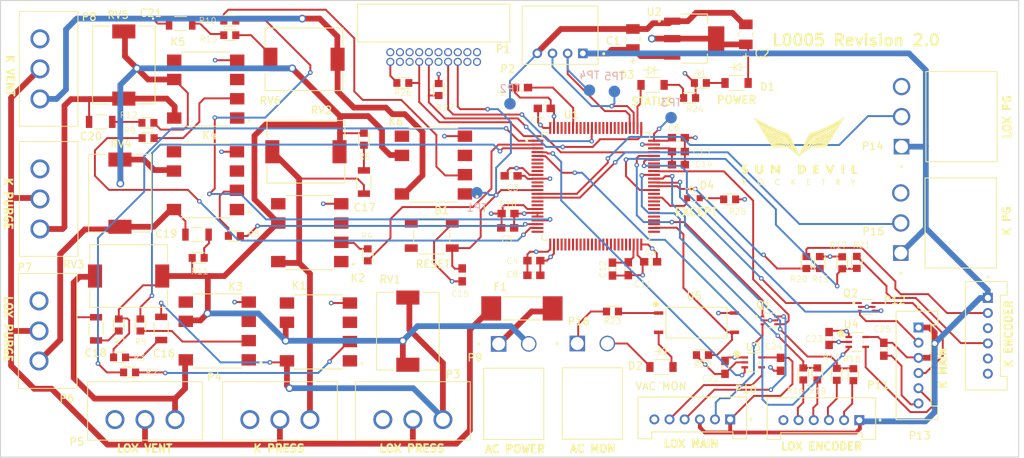
<source format=kicad_pcb>
(kicad_pcb (version 20211014) (generator pcbnew)
  (title_block (title "Valve Controller") (date "2021-12-27") (rev "1.0") (company "Sun Devil Rocketry") (comment 1 "Author: Colton Acosta"))
  (layers (0 "F.Cu" signal) (1 "In1.Cu" signal) (2 "In2.Cu" signal) (31 "B.Cu" signal) (34 "B.Paste" user) (35 "F.Paste" user) (36 "B.SilkS" user "B.Silkscreen") (37 "F.SilkS" user "F.Silkscreen") (38 "B.Mask" user) (39 "F.Mask" user) (44 "Edge.Cuts" user))
  (net 0 "")
  (net 3 "Earth")
  (net 4 "NRST")
  (net 5 "3.3V")
  (net 6 "5V")
  (net 7 "Net-(C16-Pad1)")
  (net 8 "Net-(C16-Pad2)")
  (net 9 "Net-(C17-Pad2)")
  (net 10 "Net-(C17-Pad1)")
  (net 11 "Net-(C18-Pad1)")
  (net 12 "Net-(C18-Pad2)")
  (net 13 "Net-(C19-Pad2)")
  (net 14 "Net-(C19-Pad1)")
  (net 15 "Net-(C20-Pad2)")
  (net 16 "Net-(C20-Pad1)")
  (net 17 "Net-(C21-Pad1)")
  (net 18 "Net-(C21-Pad2)")
  (net 19 "Net-(D1-Pad1)")
  (net 20 "Net-(D2-Pad2)")
  (net 21 "Net-(D2-Pad1)")
  (net 22 "STATUS")
  (net 23 "Net-(D3-Pad1)")
  (net 24 "EXECPT")
  (net 25 "Net-(D4-Pad1)")
  (net 26 "Net-(F1-Pad2)")
  (net 27 "AC_HOT")
  (net 28 "VCAP1")
  (net 29 "AC_NEUTRAL")
  (net 31 "VCAP2")
  (net 33 "SOL1")
  (net 36 "BOOT")
  (net 38 "SOL2")
  (net 41 "SOL3")
  (net 43 "Net-(K1-Pad2)")
  (net 46 "Net-(K2-Pad2)")
  (net 48 "SOL5")
  (net 51 "SOL6")
  (net 53 "Net-(K3-Pad2)")
  (net 56 "SOL4")
  (net 58 "Net-(K4-Pad2)")
  (net 60 "Net-(K5-Pad2)")
  (net 61 "Net-(K6-Pad2)")
  (net 63 "SWCLK")
  (net 64 "SWDIO")
  (net 65 "TX")
  (net 66 "RX")
  (net 68 "SWO")
  (net 76 "Net-(P11-Pad4)")
  (net 77 "Net-(P11-Pad2)")
  (net 79 "Net-(P10-Pad2)")
  (net 80 "Net-(P10-Pad4)")
  (net 81 "Net-(P13-Pad2)")
  (net 82 "Net-(P13-Pad4)")
  (net 83 "PG1")
  (net 84 "PG2")
  (net 85 "Net-(P16-Pad1)")
  (net 86 "/Valves/SBV1_PUL5")
  (net 87 "ENCD1_A")
  (net 88 "ENCD2_A")
  (net 89 "ENCD1_B")
  (net 90 "ENCD2_B")
  (net 91 "VAC_MON")
  (net 92 "Net-(P12-Pad2)")
  (net 93 "Net-(P12-Pad4)")
  (net 94 "/Valves/SBV2_PUL5")
  (net 95 "SBV1_DIR")
  (net 96 "SBV1_EN")
  (net 97 "SBV2_DIR")
  (net 98 "SBV2_PUL")
  (net 99 "SBV1_PUL")
  (net 100 "SBV2_EN")
  (net 101 "Net-(R23-Pad1)")
  (footprint "L0005-Valve-Controller:PTS647SM38SMTR2LFS" (layer "F.Cu") (at 113.7412 98.3488 180)
    (fp_text reference "B1")
    (fp_text value "PTS647SM38SMTR2LFS" hide)
  )
  (footprint "L0005-Valve-Controller:CAP_1206" (layer "F.Cu") (at 78.0796 110.5408 90)
    (fp_text reference "C16")
    (fp_text value "0.1uF" hide)
  )
  (footprint "L0005-Valve-Controller:CAP_1206" (layer "F.Cu") (at 104.8004 91.2368 -90)
    (fp_text reference "C17")
    (fp_text value "0.1uF" hide)
  )
  (footprint "L0005-Valve-Controller:CAP_1206" (layer "F.Cu") (at 69.4944 110.5916 90)
    (fp_text reference "C18")
    (fp_text value "0.1uF" hide)
  )
  (footprint "L0005-Valve-Controller:CAP_1206" (layer "F.Cu") (at 82.804 98.171 180)
    (fp_text reference "C19")
    (fp_text value "0.1uF" hide)
  )
  (footprint "L0005-Valve-Controller:CAP_1206" (layer "F.Cu") (at 70.104 83.312 180)
    (fp_text reference "C20")
    (fp_text value "0.1uF" hide)
  )
  (footprint "L0005-Valve-Controller:CAP_1206" (layer "F.Cu") (at 80.645 70.358 180)
    (fp_text reference "C21")
    (fp_text value "0.1uF" hide)
  )
  (footprint "L0005-Valve-Controller:150120AS75000" (layer "F.Cu") (at 142.8496 78.4352 180)
    (fp_text reference "D3")
    (fp_text value "LED_AMBER" hide)
  )
  (footprint "L0005-Valve-Controller:LED_RED" (layer "F.Cu") (at 148.2344 93.3704 180)
    (fp_text reference "D4")
    (fp_text value "LED_RED")
  )
  (footprint "L0005-Valve-Controller:Jumper-NO" (layer "F.Cu") (at 125.5776 78.7908 180)
    (fp_text reference "J1")
    (fp_text value "Jumper_NO")
  )
  (footprint "L0005-Valve-Controller:RELAY_AQH0223AX" (layer "F.Cu") (at 98.806 110.998 180)
    (fp_text reference "K1")
    (fp_text value "AQH0223AX")
  )
  (footprint "L0005-Valve-Controller:RELAY_AQH0223AX" (layer "F.Cu") (at 97.663 97.917 180)
    (fp_text reference "K2")
    (fp_text value "AQH0223AX")
  )
  (footprint "L0005-Valve-Controller:RELAY_AQH0223AX" (layer "F.Cu") (at 85.471 110.871 180)
    (fp_text reference "K3")
    (fp_text value "AQH0223AX")
  )
  (footprint "L0005-Valve-Controller:RELAY_AQH0223AX" (layer "F.Cu") (at 83.9135 91.059 180)
    (fp_text reference "K4")
    (fp_text value "AQH0223AX")
  )
  (footprint "L0005-Valve-Controller:RELAY_AQH0223AX" (layer "F.Cu") (at 83.947 78.994 180)
    (fp_text reference "K5")
    (fp_text value "AQH0223AX")
  )
  (footprint "L0005-Valve-Controller:RELAY_AQH0223AX" (layer "F.Cu") (at 113.9617 89.0016 180)
    (fp_text reference "K6")
    (fp_text value "AQH0223AX")
  )
  (footprint "L0005-Valve-Controller:3220-20-0200-00" (layer "F.Cu") (at 113.9952 74.12825)
    (fp_text reference "P1")
    (fp_text value "3220-20-0200-00")
  )
  (footprint "L0005-Valve-Controller:353130360" (layer "F.Cu") (at 111.252 122.555 180)
    (fp_text reference "P3")
    (fp_text value "647676-3")
  )
  (footprint "L0005-Valve-Controller:353130360" (layer "F.Cu") (at 93.726 122.557 180)
    (fp_text reference "P4")
    (fp_text value "647676-3")
  )
  (footprint "L0005-Valve-Controller:353130360" (layer "F.Cu") (at 75.946 122.555 180)
    (fp_text reference "P5")
    (fp_text value "647676-3")
  )
  (footprint "L0005-Valve-Controller:353130360" (layer "F.Cu") (at 61.974 110.871 90)
    (fp_text reference "P6")
    (fp_text value "647676-3")
  )
  (footprint "L0005-Valve-Controller:RES_0603" (layer "F.Cu") (at 73.914 116.332)
    (fp_text reference "R2")
    (fp_text value "100")
  )
  (footprint "L0005-Valve-Controller:RES_0603" (layer "F.Cu") (at 72.5932 114.3508 180)
    (fp_text reference "R3")
    (fp_text value "100")
  )
  (footprint "L0005-Valve-Controller:RES_0603" (layer "F.Cu") (at 105.3084 100.838 90)
    (fp_text reference "R4")
    (fp_text value "100")
  )
  (footprint "L0005-Valve-Controller:RES_0603" (layer "F.Cu") (at 75.3364 110.0836 -90)
    (fp_text reference "R5")
    (fp_text value "100")
  )
  (footprint "L0005-Valve-Controller:RES_0603" (layer "F.Cu") (at 104.8004 85.598 90)
    (fp_text reference "R6")
    (fp_text value "100")
  )
  (footprint "L0005-Valve-Controller:RES_0603" (layer "F.Cu") (at 72.4916 110.0836 90)
    (fp_text reference "R7")
    (fp_text value "100")
  )
  (footprint "L0005-Valve-Controller:RES_0603" (layer "F.Cu") (at 87.7316 98.3488 180)
    (fp_text reference "R8")
    (fp_text value "100")
  )
  (footprint "L0005-Valve-Controller:RES_0603" (layer "F.Cu") (at 76.3524 85.4456)
    (fp_text reference "R9")
    (fp_text value "100")
  )
  (footprint "L0005-Valve-Controller:RES_0603" (layer "F.Cu") (at 87.122 69.977 180)
    (fp_text reference "R10")
    (fp_text value "100")
  )
  (footprint "L0005-Valve-Controller:RES_0603" (layer "F.Cu") (at 82.9564 101.2444 180)
    (fp_text reference "R11")
    (fp_text value "100")
  )
  (footprint "L0005-Valve-Controller:RES_0603" (layer "F.Cu") (at 76.327 83.439)
    (fp_text reference "R12")
    (fp_text value "100")
  )
  (footprint "L0005-Valve-Controller:RES_0603" (layer "F.Cu") (at 87.122 71.882)
    (fp_text reference "R13")
    (fp_text value "100")
  )
  (footprint "L0005-Valve-Controller:RES_0603" (layer "F.Cu") (at 147.7264 80.1624)
    (fp_text reference "R24")
    (fp_text value "240")
  )
  (footprint "L0005-Valve-Controller:RES_0603" (layer "F.Cu") (at 153.0096 93.5228)
    (fp_text reference "R25")
    (fp_text value "240")
  )
  (footprint "L0005-Valve-Controller:PV275K4032R2" (layer "F.Cu") (at 110.5916 110.8964 -90)
    (fp_text reference "RV1")
    (fp_text value "275V" hide)
  )
  (footprint "L0005-Valve-Controller:PV275K4032R2" (layer "F.Cu") (at 97.155 87.249)
    (fp_text reference "RV2")
    (fp_text value "275V" hide)
  )
  (footprint "L0005-Valve-Controller:PV275K4032R2" (layer "F.Cu") (at 73.787 103.632)
    (fp_text reference "RV3")
    (fp_text value "275V" hide)
  )
  (footprint "L0005-Valve-Controller:PV275K4032R2" (layer "F.Cu") (at 72.644 92.71 90)
    (fp_text reference "RV4")
    (fp_text value "275V" hide)
  )
  (footprint "L0005-Valve-Controller:PV275K4032R2" (layer "F.Cu") (at 73.152 75.819 90)
    (fp_text reference "RV5")
    (fp_text value "275V" hide)
  )
  (footprint "L0005-Valve-Controller:PV275K4032R2" (layer "F.Cu") (at 96.901 75.057 180)
    (fp_text reference "RV6")
    (fp_text value "275V" hide)
  )
  (footprint "L0005-Valve-Controller:353130360" (layer "F.Cu") (at 62.101 76.327 90)
    (fp_text reference "P8")
    (fp_text value "647676-3")
  )
  (footprint "L0005-Valve-Controller:353130360" (layer "F.Cu") (at 62.101 93.472 90)
    (fp_text reference "P7")
    (fp_text value "647676-3")
  )
  (footprint "L0005-Valve-Controller:LMS8117AMP-3.3NOPB" (layer "F.Cu") (at 148.336 72.3392)
    (fp_text reference "U2")
    (fp_text value "LMS8117AMP-3.3_NOPB")
  )
  (footprint "L0005-Valve-Controller:RES_0603" (layer "F.Cu") (at 164.8968 101.854 90)
    (fp_text reference "R15")
    (fp_text value "10k")
  )
  (footprint "L0005-Valve-Controller:MountingHole_4.3mm_M4_DIN965" (layer "F.Cu") (at 186.2836 122.936)
    (fp_text reference "H2" hide)
    (fp_text value "Mounting-Hole" hide)
  )
  (footprint "L0005-Valve-Controller:SML-LX1206GC-TR" (layer "F.Cu") (at 153.924 78.1812)
    (fp_text reference "D1")
    (fp_text value "LED_GREEN" hide)
  )
  (footprint "L0005-Valve-Controller:RES_0603" (layer "F.Cu") (at 114.6556 79.0448 90)
    (fp_text reference "R27")
    (fp_text value "100k")
  )
  (footprint "L0005-Valve-Controller:RES_0603" (layer "F.Cu") (at 169.7736 101.8312 -90)
    (fp_text reference "R21")
    (fp_text value "1k")
  )
  (footprint "L0005-Valve-Controller:MAX3370EXK&plus_T" (layer "F.Cu") (at 169.8244 112.3188)
    (fp_text reference "U4")
    (fp_text value "MAX3370EXK+T" hide)
  )
  (footprint "L0005-Valve-Controller:T491A106K010AT" (layer "F.Cu") (at 155.1432 71.7804 90)
    (fp_text reference "C2")
    (fp_text value "10uF" hide)
  )
  (footprint "L0005-Valve-Controller:MOLEX_35362-0650" (layer "F.Cu") (at 187.0424 111.5075 90)
    (fp_text reference "P13")
    (fp_text value "353620650")
  )
  (footprint "L0005-Valve-Controller:MountingHole_4.3mm_M4_DIN965" (layer "F.Cu") (at 61.214 123.19)
    (fp_text reference "H3" hide)
    (fp_text value "Mounting-Hole" hide)
  )
  (footprint "L0005-Valve-Controller:CAP_0603" (layer "F.Cu") (at 127.2032 103.5304)
    (fp_text reference "C8")
    (fp_text value "4.7uF")
  )
  (footprint "L0005-Valve-Controller:MOLEX_35362-0650" (layer "F.Cu") (at 177.9016 115.4176 90)
    (fp_text reference "P12")
    (fp_text value "353620650")
  )
  (footprint "L0005-Valve-Controller:CAP_0603" (layer "F.Cu") (at 152.4 115.6716 90)
    (fp_text reference "C22")
    (fp_text value "0.1uF")
  )
  (footprint "L0005-Valve-Controller:CAP_0603" (layer "F.Cu") (at 127.2032 101.6)
    (fp_text reference "C4")
    (fp_text value "0.1uF")
  )
  (footprint "L0005-Valve-Controller:MOLEX_35362-0650" (layer "F.Cu") (at 148.0805 122.5264)
    (fp_text reference "P10")
    (fp_text value "353620650")
  )
  (footprint "L0005-Valve-Controller:CMLDM7003 TR" (layer "F.Cu") (at 171.0811 107.696)
    (fp_text reference "Q2")
    (fp_text value "CMLDM7003" hide)
  )
  (footprint "L0005-Valve-Controller:MOLEX_35362-0650" (layer "F.Cu") (at 165.0985 122.628)
    (fp_text reference "P11")
    (fp_text value "353620650")
  )
  (footprint "L0005-Valve-Controller:Opto_140105146000" (layer "F.Cu") (at 148.6408 109.7788)
    (fp_text reference "U5")
    (fp_text value "Optocoupler" hide)
  )
  (footprint "L0005-Valve-Controller:647676-3" (layer "F.Cu") (at 175.6701 86.5781 90)
    (fp_text reference "P14")
    (fp_text value "647676-3")
  )
  (footprint "L0005-Valve-Controller:CAP_0603" (layer "F.Cu") (at 137.5664 102.7176 90)
    (fp_text reference "C12")
    (fp_text value "2.2uF")
  )
  (footprint "L0005-Valve-Controller:CMLDM7003 TR" (layer "F.Cu") (at 158.242 109.474)
    (fp_text reference "Q1")
    (fp_text value "CMLDM7003" hide)
  )
  (footprint "L0005-Valve-Controller:CAP_0603" (layer "F.Cu") (at 173.3296 113.284 90)
    (fp_text reference "C25")
    (fp_text value "0.1uF")
  )
  (footprint "L0005-Valve-Controller:T491A106K010AT" (layer "F.Cu") (at 140.2588 72.39 90)
    (fp_text reference "C1")
    (fp_text value "10uF" hide)
  )
  (footprint "L0005-Valve-Controller:CAP_0603" (layer "F.Cu") (at 123.7996 95.4024)
    (fp_text reference "C10")
    (fp_text value "0.1uF")
  )
  (footprint "L0005-Valve-Controller:RES_0603" (layer "F.Cu") (at 149.4256 114.046 180)
    (fp_text reference "R22")
    (fp_text value "10k")
  )
  (footprint "L0005-Valve-Controller:TE_647676-2" (layer "F.Cu") (at 122.5643 112.5765)
    (fp_text reference "P9")
    (fp_text value "647676-2")
  )
  (footprint "L0005-Valve-Controller:Logo" (layer "F.Cu") (at 162.1536 86.9188)
    (fp_text reference "LOGO1" hide)
    (fp_text value "Logo" hide)
  )
  (footprint "L0005-Valve-Controller:RES_0603" (layer "F.Cu") (at 149.1488 78.1812)
    (fp_text reference "R1")
    (fp_text value "240")
  )
  (footprint "L0005-Valve-Controller:STM32H750VBT6" (layer "F.Cu") (at 135.3597 91.7956)
    (fp_text reference "U1")
    (fp_text value "STM32H750VBTx")
  )
  (footprint "L0005-Valve-Controller:RES_0603" (layer "F.Cu") (at 109.9312 78.1812 180)
    (fp_text reference "R26")
    (fp_text value "100k")
  )
  (footprint "L0005-Valve-Controller:FUSC9830X318N" (layer "F.Cu") (at 125.6284 107.8992)
    (fp_text reference "F1")
    (fp_text value "0678L9100-02")
  )
  (footprint "L0005-Valve-Controller:CAP_0603" (layer "F.Cu") (at 159.7152 115.2652 90)
    (fp_text reference "C24")
    (fp_text value "0.1uF")
  )
  (footprint "L0005-Valve-Controller:RES_0603" (layer "F.Cu") (at 163.1188 101.854 90)
    (fp_text reference "R20")
    (fp_text value "1k")
  )
  (footprint "L0005-Valve-Controller:CAP_0603" (layer "F.Cu") (at 123.7488 97.282)
    (fp_text reference "C9")
    (fp_text value "1uF")
  )
  (footprint "L0005-Valve-Controller:RES_0603" (layer "F.Cu") (at 167.132 116.586 -90)
    (fp_text reference "R14")
    (fp_text value "10k")
  )
  (footprint "L0005-Valve-Controller:140-504-415-000" (layer "F.Cu") (at 130.6576 71.882 180)
    (fp_text reference "P2")
    (fp_text value "140-504-415-000")
  )
  (footprint "L0005-Valve-Controller:CAP_0603" (layer "F.Cu") (at 117.7544 103.4796 -90)
    (fp_text reference "C15")
    (fp_text value "0.1uF")
  )
  (footprint "L0005-Valve-Controller:CAP_0603" (layer "F.Cu") (at 139.6492 102.6668 90)
    (fp_text reference "C11")
    (fp_text value "2.2uF")
  )
  (footprint "L0005-Valve-Controller:CAP_0603" (layer "F.Cu") (at 128.5748 81.534 180)
    (fp_text reference "C7")
    (fp_text value "0.1uF")
  )
  (footprint "L0005-Valve-Controller:TE_647676-2" (layer "F.Cu") (at 132.9275 112.5257)
    (fp_text reference "P16")
    (fp_text value "647676-2")
  )
  (footprint "L0005-Valve-Controller:CAP_0603" (layer "F.Cu") (at 146.2532 87.2236 180)
    (fp_text reference "C13")
    (fp_text value "2.2uF")
  )
  (footprint "L0005-Valve-Controller:MountingHole_4.3mm_M4_DIN965" (layer "F.Cu") (at 186.0296 72.0852)
    (fp_text reference "H1" hide)
    (fp_text value "Mounting-Hole" hide)
  )
  (footprint "L0005-Valve-Controller:CAP_0603" (layer "F.Cu") (at 146.2532 85.3948 180)
    (fp_text reference "C6")
    (fp_text value "0.1uF")
  )
  (footprint "L0005-Valve-Controller:CAP_0603" (layer "F.Cu") (at 166.116 111.8616 90)
    (fp_text reference "C23")
    (fp_text value "0.1uF")
  )
  (footprint "L0005-Valve-Controller:RES_0603" (layer "F.Cu") (at 169.3164 116.6368 -90)
    (fp_text reference "R18")
    (fp_text value "1k")
  )
  (footprint "L0005-Valve-Controller:647676-3" (layer "F.Cu") (at 175.5685 100.5989 90)
    (fp_text reference "P15")
    (fp_text value "647676-3")
  )
  (footprint "L0005-Valve-Controller:SML-LX1206GC-TR" (layer "F.Cu") (at 144.018 115.6208)
    (fp_text reference "D2")
    (fp_text value "LED_GREEN" hide)
  )
  (footprint "L0005-Valve-Controller:CAP_0603" (layer "F.Cu") (at 142.5956 101.7524)
    (fp_text reference "C5")
    (fp_text value "0.1uF")
  )
  (footprint "L0005-Valve-Controller:RES_0603" (layer "F.Cu") (at 164.5666 116.5352 90)
    (fp_text reference "R19")
    (fp_text value "1k")
  )
  (footprint "L0005-Valve-Controller:CAP_0603" (layer "F.Cu") (at 146.2532 88.9508 180)
    (fp_text reference "C14")
    (fp_text value "2.2uF")
  )
  (footprint "L0005-Valve-Controller:RES_0603" (layer "F.Cu") (at 167.8432 101.882 90)
    (fp_text reference "R17")
    (fp_text value "10k")
  )
  (footprint "L0005-Valve-Controller:RES_0603" (layer "F.Cu") (at 137.5664 108.3056 180)
    (fp_text reference "R23")
    (fp_text value "5k")
  )
  (footprint "L0005-Valve-Controller:MAX3370EXK&plus_T" (layer "F.Cu") (at 156.1084 115.0112)
    (fp_text reference "U3")
    (fp_text value "MAX3370EXK+T" hide)
  )
  (footprint "L0005-Valve-Controller:CAP_0603" (layer "F.Cu") (at 124.206 90.424)
    (fp_text reference "C3")
    (fp_text value "0.1uF")
  )
  (footprint "L0005-Valve-Controller:RES_0603" (layer "F.Cu") (at 162.7124 116.5352 -90)
    (fp_text reference "R16")
    (fp_text value "10k")
  )
  (footprint "L0005-Valve-Controller:TP" (layer "B.Cu") (at 119.6848 92.6592)
    (fp_text reference "TP1")
    (fp_text value "TP")
  )
  (footprint "L0005-Valve-Controller:TP" (layer "B.Cu") (at 134.5184 79.1464 180)
    (fp_text reference "TP4")
    (fp_text value "TP")
  )
  (footprint "L0005-Valve-Controller:TP" (layer "B.Cu") (at 137.8204 79.2988 180)
    (fp_text reference "TP5")
    (fp_text value "TP")
  )
  (footprint "L0005-Valve-Controller:TP" (layer "B.Cu") (at 145.288 82.7532 180)
    (fp_text reference "TP3")
    (fp_text value "TP")
  )
  (footprint "L0005-Valve-Controller:TP" (layer "B.Cu") (at 124.0536 80.9244 180)
    (fp_text reference "TP2")
    (fp_text value "TP")
  )
  (gr_line (start 56.896 67.31) (end 56.896 127.508) (layer "Edge.Cuts") (width 0.127))
  (gr_line (start 56.896 127.508) (end 191.1096 127.508) (layer "Edge.Cuts") (width 0.127))
  (gr_line (start 191.1096 67.31) (end 56.896 67.31) (layer "Edge.Cuts") (width 0.127))
  (gr_line (start 191.1096 67.31) (end 191.1096 127.508) (layer "Edge.Cuts") (width 0.127))
  (gr_text "VAC MON\n" (at 143.9672 118.1608) (layer "F.SilkS") (effects (font (size 1 1))))
  (gr_text "K VENT" (at 58.166 77.216 270) (layer "F.SilkS") (effects (font (size 1.016 1.016) (thickness 0.254))))
  (gr_text "STATUS" (at 142.748 80.6196) (layer "F.SilkS") (effects (font (size 1.016 1.016) (thickness 0.2032))))
  (gr_text "LOX ENCODER" (at 165.1 126.0856) (layer "F.SilkS") (effects (font (size 1.016 1.016) (thickness 0.254))))
  (gr_text "K PG" (at 189.5348 96.3676 90) (layer "F.SilkS") (effects (font (size 1.016 1.016) (thickness 0.254))))
  (gr_text "K MAIN" (at 181.102 115.7732 90) (layer "F.SilkS") (effects (font (size 1.016 1.016) (thickness 0.254))))
  (gr_text "L0005 Revision 2.0" (at 169.672 72.5424) (layer "F.SilkS") (effects (font (size 1.5 1.5) (thickness 0.3))))
  (gr_text "LOX PURGE" (at 57.912 110.617 270) (layer "F.SilkS") (effects (font (size 1.016 1.016) (thickness 0.254))))
  (gr_text "K ENCODER" (at 189.7856 111.2535 90) (layer "F.SilkS") (effects (font (size 1.016 1.016) (thickness 0.254))))
  (gr_text "AC POWER" (at 124.714 126.4412) (layer "F.SilkS") (effects (font (size 1.016 1.016) (thickness 0.254))))
  (gr_text "LOX VENT" (at 75.8825 126.365) (layer "F.SilkS") (effects (font (size 1.016 1.016) (thickness 0.254))))
  (gr_text "K PRESS" (at 93.599 126.365) (layer "F.SilkS") (effects (font (size 1.016 1.016) (thickness 0.254))))
  (gr_text "LOX PRESS" (at 111.125 126.365) (layer "F.SilkS") (effects (font (size 1.016 1.016) (thickness 0.254))))
  (gr_text "RESET" (at 113.8936 102.0572) (layer "F.SilkS") (effects (font (size 1 1))))
  (gr_text "POWER" (at 153.924 80.4164) (layer "F.SilkS") (effects (font (size 1.016 1.016) (thickness 0.2032))))
  (gr_text "LOX MAIN" (at 147.9296 125.73) (layer "F.SilkS") (effects (font (size 1.016 1.016) (thickness 0.254))))
  (gr_text "EXCEPT" (at 148.59 95.1992) (layer "F.SilkS") (effects (font (size 1.016 1.016) (thickness 0.2032))))
  (gr_text "K PURGE\n" (at 57.912 94.107 270) (layer "F.SilkS") (effects (font (size 1.016 1.016) (thickness 0.254))))
  (gr_text "AC MON" (at 134.9756 126.3904) (layer "F.SilkS") (effects (font (size 1.016 1.016) (thickness 0.254))))
  (gr_text "LOX PG" (at 189.5856 82.6516 90) (layer "F.SilkS") (effects (font (size 1.016 1.016) (thickness 0.254))))
  (segment (start 126.6952 100.4316) (end 127.508 100.4316) (width 0.254) (layer "F.Cu") (net 3))
  (segment (start 129.4248 81.534) (end 129.4248 80.4536) (width 0.254) (layer "F.Cu") (net 3))
  (segment (start 118.1117 85.1916) (end 115.4176 85.1916) (width 0.254) (layer "F.Cu") (net 3))
  (segment (start 175.6664 115.4684) (end 175.6664 119.3292) (width 0.254) (layer "F.Cu") (net 3))
  (segment (start 139.6492 103.5168) (end 141.5424 103.5168) (width 0.254) (layer "F.Cu") (net 3))
  (segment (start 129.0828 80.1116) (end 125.3744 80.1116) (width 0.254) (layer "F.Cu") (net 3))
  (segment (start 147.1032 85.3948) (end 148.4884 85.3948) (width 0.254) (layer "F.Cu") (net 3))
  (segment (start 145.436 70.0392) (end 147.4864 70.0392) (width 0.762) (layer "F.Cu") (net 3))
  (segment (start 102.956 107.188) (end 100.4824 107.188) (width 0.254) (layer "F.Cu") (net 3))
  (segment (start 173.3296 114.134) (end 174.332 114.134) (width 0.254) (layer "F.Cu") (net 3))
  (segment (start 167.132 117.376) (end 167.132 119.7864) (width 0.254) (layer "F.Cu") (net 3))
  (segment (start 116.4412 96.748801) (end 114.046 99.144001) (width 0.254) (layer "F.Cu") (net 3))
  (segment (start 176.8856 120.5484) (end 177.8508 120.5484) (width 0.254) (layer "F.Cu") (net 3))
  (segment (start 141.5424 103.5168) (end 141.5424 101.8168) (width 0.254) (layer "F.Cu") (net 3))
  (segment (start 129.4248 80.4536) (end 129.0828 80.1116) (width 0.254) (layer "F.Cu") (net 3))
  (segment (start 166.2456 101.064) (end 167.7644 101.064) (width 0.254) (layer "F.Cu") (net 3))
  (segment (start 167.132 119.7864) (end 165.9636 120.9548) (width 0.254) (layer "F.Cu") (net 3))
  (segment (start 126.3532 103.5304) (end 126.3532 101.766) (width 0.254) (layer "F.Cu") (net 3))
  (segment (start 122.9496 95.4024) (end 121.5644 95.4024) (width 0.254) (layer "F.Cu") (net 3))
  (segment (start 114.046 99.144001) (end 114.046 101.9556) (width 0.254) (layer "F.Cu") (net 3))
  (segment (start 88.097 75.184) (end 85.1916 75.184) (width 0.254) (layer "F.Cu") (net 3))
  (segment (start 125.3744 80.1116) (end 124.714 79.4512) (width 0.254) (layer "F.Cu") (net 3))
  (segment (start 126.3532 100.7736) (end 126.6952 100.4316) (width 0.254) (layer "F.Cu") (net 3))
  (segment (start 148.5164 80.1624) (end 148.5164 78.3108) (width 0.254) (layer "F.Cu") (net 3))
  (segment (start 148.6356 114.046) (end 148.6356 114.1424) (width 0.254) (layer "F.Cu") (net 3))
  (segment (start 89.621 107.061) (end 87.757 107.061) (width 0.254) (layer "F.Cu") (net 3))
  (segment (start 170.1794 107.696) (end 171.0944 107.696) (width 0.254) (layer "F.Cu") (net 3))
  (segment (start 124.714 79.4512) (end 124.714 78.9432) (width 0.254) (layer "F.Cu") (net 3))
  (segment (start 162.7124 120.2944) (end 162.0012 121.0056) (width 0.254) (layer "F.Cu") (net 3))
  (segment (start 143.0397 86.2956) (end 141.4916 86.2956) (width 0.254) (layer "F.Cu") (net 3))
  (segment (start 140.8597 99.4756) (end 140.8597 100.8801) (width 0.254) (layer "F.Cu") (net 3))
  (segment (start 127.508 100.4316) (end 129.032 100.4316) (width 0.254) (layer "F.Cu") (net 3))
  (segment (start 123.0884 94.5388) (end 123.0884 95.504) (width 0.254) (layer "F.Cu") (net 3))
  (segment (start 126.3532 101.6) (end 126.3532 100.7736) (width 0.254) (layer "F.Cu") (net 3))
  (segment (start 168.71315 112.3188) (end 167.386 112.3188) (width 0.254) (layer "F.Cu") (net 3))
  (segment (start 165.9636 120.9548) (end 165.9636 122.4788) (width 0.254) (layer "F.Cu") (net 3))
  (segment (start 159.7152 116.1152) (end 158.838 116.1152) (width 0.254) (layer "F.Cu") (net 3))
  (segment (start 124.0536 89.408) (end 123.7488 89.7128) (width 0.254) (layer "F.Cu") (net 3))
  (segment (start 147.1032 87.3624) (end 147.0152 87.2744) (width 0.254) (layer "F.Cu") (net 3))
  (segment (start 124.9172 89.408) (end 124.0536 89.408) (width 0.254) (layer "F.Cu") (net 3))
  (segment (start 171.0944 107.696) (end 171.8564 107.696) (width 0.254) (layer "F.Cu") (net 3))
  (segment (start 174.332 114.134) (end 175.6664 115.4684) (width 0.254) (layer "F.Cu") (net 3))
  (segment (start 129.032 100.4316) (end 129.3368 100.1268) (width 0.254) (layer "F.Cu") (net 3))
  (segment (start 162.7124 117.3252) (end 162.7124 120.2944) (width 0.254) (layer "F.Cu") (net 3))
  (segment (start 165.9636 122.4788) (end 166.0144 122.5296) (width 0.254) (layer "F.Cu") (net 3))
  (segment (start 125.8316 94.2848) (end 123.3424 94.2848) (width 0.254) (layer "F.Cu") (net 3))
  (segment (start 148.6356 114.1424) (end 149.7838 115.2906) (width 0.254) (layer "F.Cu") (net 3))
  (segment (start 158.838 116.1152) (end 158.3944 115.6716) (width 0.254) (layer "F.Cu") (net 3))
  (segment (start 88.0635 87.249) (end 86.0298 87.249) (width 0.254) (layer "F.Cu") (net 3))
  (segment (start 158.3436 109.474) (end 157.3403 109.474) (width 0.254) (layer "F.Cu") (net 3))
  (segment (start 148.3588 78.1812) (end 148.3588 78.1532) (width 0.254) (layer "F.Cu") (net 3))
  (segment (start 175.6664 119.3292) (end 176.8856 120.5484) (width 0.254) (layer "F.Cu") (net 3))
  (segment (start 127.6797 90.2956) (end 126.630622 90.2956) (width 0.254) (layer "F.Cu") (net 3))
  (segment (start 151.0284 116.5352) (end 152.3492 116.5352) (width 0.254) (layer "F.Cu") (net 3))
  (segment (start 114.046 101.9556) (end 116.42 104.3296) (width 0.254) (layer "F.Cu") (net 3))
  (segment (start 167.386 112.3188) (end 166.2684 112.3188) (width 0.254) (layer "F.Cu") (net 3))
  (segment (start 149.7838 115.2906) (end 151.0284 116.5352) (width 0.254) (layer "F.Cu") (net 3))
  (segment (start 153.7996 93.5228) (end 154.9908 93.5228) (width 0.254) (layer "F.Cu") (net 3))
  (segment (start 137.5664 103.5676) (end 139.6356 103.5676) (width 0.254) (layer "F.Cu") (net 3))
  (segment (start 129.8597 84.1156) (end 129.8597 82.5859) (width 0.254) (layer "F.Cu") (net 3))
  (segment (start 140.2588 71.0692) (end 130.7592 71.0692) (width 0.762) (layer "F.Cu") (net 3))
  (segment (start 129.8597 81.5997) (end 129.7432 81.4832) (width 0.254) (layer "F.Cu") (net 3))
  (segment (start 165.9128 101.064) (end 165.0212 101.064) (width 0.254) (layer "F.Cu") (net 3))
  (segment (start 127.6797 94.7956) (end 126.3424 94.7956) (width 0.254) (layer "F.Cu") (net 3))
  (segment (start 126.3424 94.7956) (end 125.8316 94.2848) (width 0.254) (layer "F.Cu") (net 3))
  (segment (start 142.1384 71.0692) (end 142.9004 70.3072) (width 0.762) (layer "F.Cu") (net 3))
  (segment (start 153.8732 115.0112) (end 152.5524 116.332) (width 0.254) (layer "F.Cu") (net 3))
  (segment (start 140.8597 100.8801) (end 141.4272 101.4476) (width 0.254) (layer "F.Cu") (net 3))
  (segment (start 129.8597 82.5859) (end 129.8597 81.5997) (width 0.254) (layer "F.Cu") (net 3))
  (segment (start 159.1437 109.474) (end 158.3436 109.474) (width 0.254) (layer "F.Cu") (net 3))
  (segment (start 122.9496 95.4024) (end 122.9496 97.1668) (width 0.254) (layer "F.Cu") (net 3))
  (segment (start 123.7488 89.7128) (end 123.7488 90.0684) (width 0.254) (layer "F.Cu") (net 3))
  (segment (start 148.3588 78.1532) (end 147.1168 76.9112) (width 0.254) (layer "F.Cu") (net 3))
  (segment (start 130.7592 71.0692) (end 127.508 74.3204) (width 0.762) (layer "F.Cu") (net 3))
  (segment (start 147.4864 70.0392) (end 148.59 68.9356) (width 0.762) (layer "F.Cu") (net 3))
  (segment (start 148.59 68.9356) (end 153.3652 68.9356) (width 0.762) (layer "F.Cu") (net 3))
  (segment (start 153.3652 68.9356) (end 154.8384 70.4088) (width 0.762) (layer "F.Cu") (net 3))
  (segment (start 154.99715 115.0112) (end 153.8732 115.0112) (width 0.254) (layer "F.Cu") (net 3))
  (segment (start 123.3424 94.2848) (end 123.0884 94.5388) (width 0.254) (layer "F.Cu") (net 3))
  (segment (start 145.034 70.3072) (end 145.0848 70.2564) (width 0.762) (layer "F.Cu") (net 3))
  (segment (start 140.2588 71.0692) (end 142.1384 71.0692) (width 0.762) (layer "F.Cu") (net 3))
  (segment (start 126.630622 90.2956) (end 125.743022 89.408) (width 0.254) (layer "F.Cu") (net 3))
  (segment (start 165.9128 101.064) (end 166.2456 101.064) (width 0.254) (layer "F.Cu") (net 3))
  (segment (start 147.1032 88.9508) (end 147.1032 87.3624) (width 0.254) (layer "F.Cu") (net 3))
  (segment (start 142.9004 70.3072) (end 145.034 70.3072) (width 0.762) (layer "F.Cu") (net 3))
  (segment (start 162.0012 121.0056) (end 162.0012 122.5296) (width 0.254) (layer "F.Cu") (net 3))
  (segment (start 101.813 94.107) (end 99.441 94.107) (width 0.254) (layer "F.Cu") (net 3))
  (segment (start 166.0652 122.5804) (end 166.116 122.6312) (width 0.254) (layer "F.Cu") (net 3))
  (segment (start 125.743022 89.408) (end 124.9172 89.408) (width 0.254) (layer "F.Cu") (net 3))
  (segment (start 147.1032 85.3948) (end 147.1032 87.2372) (width 0.254) (layer "F.Cu") (net 3))
  (segment (start 117.7544 104.3296) (end 116.42 104.3296) (width 0.254) (layer "F.Cu") (net 3))
  (via (at 127.508 100.4316) (size 0.60706) (drill 0.30226) (layers "F.Cu" "B.Cu") (net 3))
  (via (at 124.9172 89.408) (size 0.60706) (drill 0.30226) (layers "F.Cu" "B.Cu") (net 3))
  (via (at 85.1916 75.184) (size 0.60706) (drill 0.30226) (layers "F.Cu" "B.Cu") (net 3))
  (via (at 158.3436 109.474) (size 0.60706) (drill 0.30226) (layers "F.Cu" "B.Cu") (net 3))
  (via (at 166.2456 101.064) (size 0.60706) (drill 0.30226) (layers "F.Cu" "B.Cu") (net 3))
  (via (at 87.757 107.061) (size 0.60706) (drill 0.30226) (layers "F.Cu" "B.Cu") (net 3))
  (via (at 129.8597 82.5859) (size 0.60706) (drill 0.30226) (layers "F.Cu" "B.Cu") (net 3))
  (via (at 141.4916 86.2956) (size 0.60706) (drill 0.30226) (layers "F.Cu" "B.Cu") (net 3))
  (via (at 86.0298 87.249) (size 0.60706) (drill 0.30226) (layers "F.Cu" "B.Cu") (net 3))
  (via (at 171.0944 107.696) (size 0.60706) (drill 0.30226) (layers "F.Cu" "B.Cu") (net 3))
  (via (at 154.9908 93.5228) (size 0.60706) (drill 0.30226) (layers "F.Cu" "B.Cu") (net 3))
  (via (at 99.441 94.107) (size 0.60706) (drill 0.30226) (layers "F.Cu" "B.Cu") (net 3))
  (via (at 100.4824 107.188) (size 0.60706) (drill 0.30226) (layers "F.Cu" "B.Cu") (net 3))
  (via (at 115.4176 85.1916) (size 0.60706) (drill 0.30226) (layers "F.Cu" "B.Cu") (net 3))
  (via (at 149.7838 115.2906) (size 0.60706) (drill 0.30226) (layers "F.Cu" "B.Cu") (net 3))
  (via (at 158.3944 115.6716) (size 0.60706) (drill 0.30226) (layers "F.Cu" "B.Cu") (net 3))
  (via (at 116.42 104.3296) (size 0.60706) (drill 0.30226) (layers "F.Cu" "B.Cu") (net 3))
  (via (at 147.1168 76.9112) (size 0.60706) (drill 0.30226) (layers "F.Cu" "B.Cu") (net 3))
  (via (at 141.5424 103.5168) (size 0.60706) (drill 0.30226) (layers "F.Cu" "B.Cu") (net 3))
  (via (at 167.386 112.3188) (size 0.60706) (drill 0.30226) (layers "F.Cu" "B.Cu") (net 3))
  (via (at 121.5644 95.4024) (size 0.60706) (drill 0.30226) (layers "F.Cu" "B.Cu") (net 3))
  (via (at 148.4884 85.3948) (size 0.60706) (drill 0.30226) (layers "F.Cu" "B.Cu") (net 3))
  (segment (start 124.0536 77.9272) (end 127.6604 74.3204) (width 0.254) (layer "B.Cu") (net 3))
  (segment (start 124.0536 80.9244) (end 124.0536 77.9272) (width 0.254) (layer "B.Cu") (net 3))
  (segment (start 122.8852 92.3036) (end 127 92.3036) (width 0.254) (layer "F.Cu") (net 4))
  (segment (start 116.4412 99.948799) (end 118.745201 99.948799) (width 0.254) (layer "F.Cu") (net 4))
  (segment (start 116.7892 102.6668) (end 117.6528 102.6668) (width 0.254) (layer "F.Cu") (net 4))
  (segment (start 120.1928 94.996) (end 122.8852 92.3036) (width 0.254) (layer "F.Cu") (net 4))
  (segment (start 117.5004 81.6356) (end 121.1072 81.6356) (width 0.254) (layer "F.Cu") (net 4))
  (segment (start 116.4412 102.3188) (end 116.7892 102.6668) (width 0.254) (layer "F.Cu") (net 4))
  (segment (start 118.745201 99.948799) (end 120.1928 98.5012) (width 0.254) (layer "F.Cu") (net 4))
  (segment (start 116.4412 99.948799) (end 116.4412 102.3188) (width 0.254) (layer "F.Cu") (net 4))
  (segment (start 117.1702 75.39825) (end 117.1702 81.3054) (width 0.254) (layer "F.Cu") (net 4))
  (segment (start 120.1928 98.5012) (end 120.1928 94.996) (width 0.254) (layer "F.Cu") (net 4))
  (segment (start 117.1702 81.3054) (end 117.5004 81.6356) (width 0.254) (layer "F.Cu") (net 4))
  (via (at 122.2248 92.964) (size 0.60706) (drill 0.30226) (layers "F.Cu" "B.Cu") (net 4))
  (via (at 121.1072 81.6356) (size 0.60706) (drill 0.30226) (layers "F.Cu" "B.Cu") (net 4))
  (segment (start 124.175641 83.332441) (end 124.175641 87.406359) (width 0.254) (layer "B.Cu") (net 4))
  (segment (start 122.2248 92.964) (end 121.3612 92.964) (width 0.254) (layer "B.Cu") (net 4))
  (segment (start 124.175641 87.406359) (end 122.2248 89.3572) (width 0.254) (layer "B.Cu") (net 4))
  (segment (start 121.1072 81.6356) (end 122.4788 81.6356) (width 0.254) (layer "B.Cu") (net 4))
  (segment (start 121.0564 92.6592) (end 119.9388 92.6592) (width 0.254) (layer "B.Cu") (net 4))
  (segment (start 121.3612 92.964) (end 121.0564 92.6592) (width 0.254) (layer "B.Cu") (net 4))
  (segment (start 122.2248 89.3572) (end 122.2248 92.964) (width 0.254) (layer "B.Cu") (net 4))
  (segment (start 122.4788 81.6356) (end 124.175641 83.332441) (width 0.254) (layer "B.Cu") (net 4))
  (segment (start 119.9388 92.6592) (end 119.8372 92.7608) (width 0.254) (layer "B.Cu") (net 4))
  (segment (start 128.0532 101.6) (end 128.9304 101.6) (width 0.254) (layer "F.Cu") (net 5))
  (segment (start 168.402 110.8964) (end 168.3512 110.8456) (width 0.254) (layer "F.Cu") (net 5))
  (segment (start 127.762 83.4136) (end 127.762 81.534) (width 0.254) (layer "F.Cu") (net 5))
  (segment (start 143.0397 85.7956) (end 144.938 85.7956) (width 0.254) (layer "F.Cu") (net 5))
  (segment (start 126.389089 90.829089) (end 127.1016 90.829089) (width 0.254) (layer "F.Cu") (net 5))
  (segment (start 125.8824 95.4024) (end 125.9332 95.4024) (width 0.254) (layer "F.Cu") (net 5))
  (segment (start 124.6496 95.4024) (end 125.8824 95.4024) (width 0.254) (layer "F.Cu") (net 5))
  (segment (start 168.3512 110.8456) (end 166.2176 110.8456) (width 0.254) (layer "F.Cu") (net 5))
  (segment (start 141.3597 99.4756) (end 142.2492 99.4756) (width 0.254) (layer "F.Cu") (net 5))
  (segment (start 127.6797 90.7956) (end 129.3208 90.7956) (width 0.254) (layer "F.Cu") (net 5))
  (segment (start 155.1432 73.1012) (end 151.4348 73.1012) (width 0.762) (layer "F.Cu") (net 5))
  (segment (start 108.2802 75.39825) (end 108.2802 77.2414) (width 0.254) (layer "F.Cu") (net 5))
  (segment (start 143.0397 85.7956) (end 143.0397 84.8999) (width 0.254) (layer "F.Cu") (net 5))
  (segment (start 128.9304 101.6) (end 129.413 101.1174) (width 0.254) (layer "F.Cu") (net 5))
  (segment (start 124.5988 97.282) (end 124.5988 95.416) (width 0.254) (layer "F.Cu") (net 5))
  (segment (start 153.6319 108.5088) (end 151.5364 108.5088) (width 0.254) (layer "F.Cu") (net 5))
  (segment (start 129.3597 84.1156) (end 128.464 84.1156) (width 0.254) (layer "F.Cu") (net 5))
  (segment (start 114.6556 78.2548) (end 114.6556 77.0128) (width 0.254) (layer "F.Cu") (net 5))
  (segment (start 168.71315 111.20755) (end 168.402 110.8964) (width 0.254) (layer "F.Cu") (net 5))
  (segment (start 142.2492 99.4756) (end 142.7988 100.0252) (width 0.254) (layer "F.Cu") (net 5))
  (segment (start 127.6797 95.7956) (end 127.6797 95.3709) (width 0.254) (layer "F.Cu") (net 5))
  (segment (start 127.6797 95.3709) (end 127.6096 95.3008) (width 0.254) (layer "F.Cu") (net 5))
  (segment (start 155.448 78.1812) (end 155.448 73.1012) (width 0.254) (layer "F.Cu") (net 5))
  (segment (start 145.436 72.3392) (end 151.0792 72.3392) (width 0.762) (layer "F.Cu") (net 5))
  (segment (start 126.0348 95.3008) (end 127.2032 95.3008) (width 0.254) (layer "F.Cu") (net 5))
  (segment (start 154.99715 114.361201) (end 153.659599 114.361201) (width 0.254) (layer "F.Cu") (net 5))
  (segment (start 151.0792 72.3392) (end 151.13 72.39) (width 0.762) (layer "F.Cu") (net 5))
  (segment (start 168.71315 111.668801) (end 168.71315 111.20755) (width 0.254) (layer "F.Cu") (net 5))
  (segment (start 129.413 101.1174) (end 129.8448 100.6856) (width 0.254) (layer "F.Cu") (net 5))
  (segment (start 129.8448 100.6856) (end 129.8448 99.9744) (width 0.254) (layer "F.Cu") (net 5))
  (segment (start 153.659599 114.361201) (end 152.694399 114.361201) (width 0.254) (layer "F.Cu") (net 5))
  (segment (start 125.9332 95.4024) (end 126.0348 95.3008) (width 0.254) (layer "F.Cu") (net 5))
  (segment (start 128.464 84.1156) (end 128.0668 83.7184) (width 0.254) (layer "F.Cu") (net 5))
  (segment (start 152.694399 114.361201) (end 152.5016 114.554) (width 0.254) (layer "F.Cu") (net 5))
  (segment (start 145.436 72.3392) (end 142.748 72.3392) (width 0.762) (layer "F.Cu") (net 5))
  (segment (start 128.0668 83.7184) (end 127.762 83.4136) (width 0.254) (layer "F.Cu") (net 5))
  (segment (start 128.0532 101.6) (end 128.0532 103.5304) (width 0.254) (layer "F.Cu") (net 5))
  (segment (start 143.4084 100.6348) (end 143.4084 101.6508) (width 0.254) (layer "F.Cu") (net 5))
  (segment (start 108.2802 77.2414) (end 108.966 77.9272) (width 0.254) (layer "F.Cu") (net 5))
  (segment (start 125.984 90.424) (end 126.389089 90.829089) (width 0.254) (layer "F.Cu") (net 5))
  (segment (start 143.0397 84.8999) (end 143.7132 84.2264) (width 0.254) (layer "F.Cu") (net 5))
  (segment (start 142.7988 100.0252) (end 143.4084 100.6348) (width 0.254) (layer "F.Cu") (net 5))
  (segment (start 125.056 90.424) (end 125.984 90.424) (width 0.254) (layer "F.Cu") (net 5))
  (via (at 142.748 72.3392) (size 1.016) (drill 0.635) (layers "F.Cu" "B.Cu") (net 5))
  (via (at 153.659599 114.361201) (size 0.60706) (drill 0.30226) (layers "F.Cu" "B.Cu") (net 5))
  (via (at 114.6556 77.0128) (size 0.60706) (drill 0.30226) (layers "F.Cu" "B.Cu") (net 5))
  (via (at 151.5364 108.5088) (size 0.60706) (drill 0.30226) (layers "F.Cu" "B.Cu") (net 5))
  (via (at 128.0668 83.7184) (size 0.60706) (drill 0.30226) (layers "F.Cu" "B.Cu") (net 5))
  (via (at 129.3208 90.7956) (size 0.60706) (drill 0.30226) (layers "F.Cu" "B.Cu") (net 5))
  (via (at 168.402 110.8964) (size 0.60706) (drill 0.30226) (layers "F.Cu" "B.Cu") (net 5))
  (via (at 143.7132 84.2264) (size 0.60706) (drill 0.30226) (layers "F.Cu" "B.Cu") (net 5))
  (via (at 129.413 101.1174) (size 0.60706) (drill 0.30226) (layers "F.Cu" "B.Cu") (net 5))
  (via (at 142.7988 100.0252) (size 0.60706) (drill 0.30226) (layers "F.Cu" "B.Cu") (net 5))
  (via (at 125.9332 95.4024) (size 0.60706) (drill 0.30226) (layers "F.Cu" "B.Cu") (net 5))
  (segment (start 145.1864 82.7532) (end 143.7132 84.2264) (width 0.254) (layer "B.Cu") (net 5))
  (segment (start 145.288 82.7532) (end 145.1864 82.7532) (width 0.254) (layer "B.Cu") (net 5))
  (segment (start 141.2888 74.6392) (end 140.6144 73.9648) (width 0.762) (layer "F.Cu") (net 6))
  (segment (start 161.29 117.856) (end 159.7152 119.4308) (width 0.254) (layer "F.Cu") (net 6))
  (segment (start 174.4608 112.434) (end 176.3776 114.3508) (width 0.254) (layer "F.Cu") (net 6))
  (segment (start 153.0805 124.2367) (end 153.0604 124.2568) (width 0.508) (layer "F.Cu") (net 6))
  (segment (start 170.1292 123.7996) (end 170.18 123.7488) (width 0.508) (layer "F.Cu") (net 6))
  (segment (start 160.7956 114.4152) (end 161.29 114.9096) (width 0.254) (layer "F.Cu") (net 6))
  (segment (start 179.4764 114.4016) (end 178.0032 114.4016) (width 0.762) (layer "F.Cu") (net 6))
  (segment (start 153.0604 124.2568) (end 169.672 124.2568) (width 0.508) (layer "F.Cu") (net 6))
  (segment (start 179.3532 110.4176) (end 180.0352 111.0996) (width 0.762) (layer "F.Cu") (net 6))
  (segment (start 180.0352 111.0996) (end 180.0352 112.522) (width 0.762) (layer "F.Cu") (net 6))
  (segment (start 137.4648 73.8124) (end 140.462 73.8124) (width 0.762) (layer "F.Cu") (net 6))
  (segment (start 173.3296 112.434) (end 174.4608 112.434) (width 0.254) (layer "F.Cu") (net 6))
  (segment (start 180.0352 113.8428) (end 179.4764 114.4016) (width 0.762) (layer "F.Cu") (net 6))
  (segment (start 177.9016 110.4176) (end 179.3532 110.4176) (width 0.762) (layer "F.Cu") (net 6))
  (segment (start 159.7152 114.4152) (end 160.7956 114.4152) (width 0.254) (layer "F.Cu") (net 6))
  (segment (start 149.0805 123.5789) (end 149.7584 124.2568) (width 0.508) (layer "F.Cu") (net 6))
  (segment (start 170.18 123.7488) (end 170.18 122.5296) (width 0.508) (layer "F.Cu") (net 6))
  (segment (start 172.578001 111.668801) (end 173.228 112.3188) (width 0.254) (layer "F.Cu") (net 6))
  (segment (start 180.0352 112.522) (end 180.0352 113.8428) (width 0.762) (layer "F.Cu") (net 6))
  (segment (start 153.0805 122.5264) (end 153.0805 124.2367) (width 0.508) (layer "F.Cu") (net 6))
  (segment (start 157.21965 114.361201) (end 159.624001 114.361201) (width 0.254) (layer "F.Cu") (net 6))
  (segment (start 149.0805 122.5264) (end 149.0805 123.5789) (width 0.508) (layer "F.Cu") (net 6))
  (segment (start 161.29 114.9096) (end 161.29 117.856) (width 0.254) (layer "F.Cu") (net 6))
  (segment (start 169.672 124.2568) (end 170.1292 123.7996) (width 0.508) (layer "F.Cu") (net 6))
  (segment (start 152.3492 124.2568) (end 153.0604 124.2568) (width 0.508) (layer "F.Cu") (net 6))
  (segment (start 176.3776 114.3508) (end 177.6476 114.3508) (width 0.254) (layer "F.Cu") (net 6))
  (segment (start 159.7152 119.4308) (end 156.21 119.4308) (width 0.254) (layer "F.Cu") (net 6))
  (segment (start 159.624001 114.361201) (end 159.7152 114.4524) (width 0.254) (layer "F.Cu") (net 6))
  (segment (start 156.21 119.4308) (end 153.0604 122.5804) (width 0.254) (layer "F.Cu") (net 6))
  (segment (start 170.93565 111.668801) (end 172.578001 111.668801) (width 0.254) (layer "F.Cu") (net 6))
  (segment (start 133.6576 74.282) (end 136.9952 74.282) (width 0.762) (layer "F.Cu") (net 6))
  (segment (start 145.436 74.6392) (end 141.2888 74.6392) (width 0.762) (layer "F.Cu") (net 6))
  (segment (start 136.9952 74.282) (end 137.4648 73.8124) (width 0.762) (layer "F.Cu") (net 6))
  (segment (start 149.7584 124.2568) (end 152.3492 124.2568) (width 0.508) (layer "F.Cu") (net 6))
  (via (at 180.0352 112.522) (size 1.016) (drill 0.635) (layers "F.Cu" "B.Cu") (net 6))
  (segment (start 187.0424 105.5084) (end 178.8668 97.3328) (width 0.762) (layer "B.Cu") (net 6))
  (segment (start 178.8668 86.5124) (end 178.8668 97.3328) (width 0.762) (layer "B.Cu") (net 6))
  (segment (start 133.6576 74.282) (end 176.644 74.282) (width 0.762) (layer "B.Cu") (net 6))
  (segment (start 175.6701 86.5781) (end 178.8011 86.5781) (width 0.762) (layer "B.Cu") (net 6))
  (segment (start 176.644 74.282) (end 178.8668 76.5048) (width 0.762) (layer "B.Cu") (net 6))
  (segment (start 186.0296 106.5276) (end 186.8932 106.5276) (width 0.762) (layer "B.Cu") (net 6))
  (segment (start 178.8668 76.5048) (end 178.8668 86.5124) (width 0.762) (layer "B.Cu") (net 6))
  (segment (start 180.0352 112.522) (end 180.0352 121.5644) (width 0.762) (layer "B.Cu") (net 6))
  (segment (start 180.0352 112.522) (end 186.0296 106.5276) (width 0.762) (layer "B.Cu") (net 6))
  (segment (start 178.8668 97.3328) (end 175.5648 100.6348) (width 0.762) (layer "B.Cu") (net 6))
  (segment (start 178.8011 86.5781) (end 178.8668 86.5124) (width 0.762) (layer "B.Cu") (net 6))
  (segment (start 178.816 122.7836) (end 170.0276 122.7836) (width 0.762) (layer "B.Cu") (net 6))
  (segment (start 180.0352 121.5644) (end 178.816 122.7836) (width 0.762) (layer "B.Cu") (net 6))
  (segment (start 187.0424 106.5075) (end 187.0424 105.5084) (width 0.762) (layer "B.Cu") (net 6))
  (segment (start 73.3832 114.3508) (end 75.4888 114.3508) (width 0.254) (layer "F.Cu") (net 7))
  (segment (start 75.4888 114.3508) (end 77.724 112.1156) (width 0.254) (layer "F.Cu") (net 7))
  (segment (start 94.656 114.808) (end 94.656 118.0748) (width 0.762) (layer "F.Cu") (net 8))
  (segment (start 92.4052 115.0112) (end 94.8436 115.0112) (width 0.254) (layer "F.Cu") (net 8))
  (segment (start 115.212 115.1104) (end 110.7948 110.6932) (width 0.762) (layer "F.Cu") (net 8))
  (segment (start 78.0796 109.012999) (end 78.0796 107.188) (width 0.254) (layer "F.Cu") (net 8))
  (segment (start 115.212 122.555) (end 115.212 115.1104) (width 0.762) (layer "F.Cu") (net 8))
  (segment (start 94.656 118.0748) (end 94.996 118.4148) (width 0.762) (layer "F.Cu") (net 8))
  (segment (start 110.7948 110.6932) (end 110.7948 106.5276) (width 0.762) (layer "F.Cu") (net 8))
  (via (at 92.4052 115.0112) (size 0.60706) (drill 0.30226) (layers "F.Cu" "B.Cu") (net 8))
  (via (at 94.996 118.4148) (size 1.016) (drill 0.635) (layers "F.Cu" "B.Cu") (net 8))
  (via (at 78.0796 107.188) (size 0.60706) (drill 0.30226) (layers "F.Cu" "B.Cu") (net 8))
  (segment (start 94.996 118.4148) (end 111.3028 118.4148) (width 0.762) (layer "B.Cu") (net 8))
  (segment (start 78.0796 107.188) (end 85.9028 115.0112) (width 0.254) (layer "B.Cu") (net 8))
  (segment (start 85.9028 115.0112) (end 92.4052 115.0112) (width 0.254) (layer "B.Cu") (net 8))
  (segment (start 111.3028 118.4148) (end 114.8588 121.9708) (width 0.762) (layer "B.Cu") (net 8))
  (segment (start 96.266 90.7885) (end 96.266 101.9048) (width 0.762) (layer "F.Cu") (net 9))
  (segment (start 97.686 122.557) (end 97.686 103.3248) (width 0.762) (layer "F.Cu") (net 9))
  (segment (start 104.8004 92.764601) (end 104.8004 91.6432) (width 0.254) (layer "F.Cu") (net 9))
  (segment (start 103.9457 90.7885) (end 96.266 90.7885) (width 0.254) (layer "F.Cu") (net 9))
  (segment (start 92.7265 87.249) (end 96.266 90.7885) (width 0.762) (layer "F.Cu") (net 9))
  (segment (start 96.266 101.9048) (end 93.5736 101.9048) (width 0.762) (layer "F.Cu") (net 9))
  (segment (start 104.8004 91.6432) (end 103.9457 90.7885) (width 0.254) (layer "F.Cu") (net 9))
  (segment (start 97.686 103.3248) (end 96.266 101.9048) (width 0.762) (layer "F.Cu") (net 9))
  (segment (start 104.8004 86.388) (end 104.8004 89.7128) (width 0.254) (layer "F.Cu") (net 10))
  (segment (start 71.116199 112.119401) (end 72.2884 110.9472) (width 0.254) (layer "F.Cu") (net 11))
  (segment (start 69.4944 112.119401) (end 71.116199 112.119401) (width 0.254) (layer "F.Cu") (net 11))
  (segment (start 67.31 103.7336) (end 69.5452 103.7336) (width 0.762) (layer "F.Cu") (net 12))
  (segment (start 66.602601 109.063799) (end 66.548 109.1184) (width 0.254) (layer "F.Cu") (net 12))
  (segment (start 81.2292 118.4656) (end 81.2292 114.7064) (width 0.762) (layer "F.Cu") (net 12))
  (segment (start 69.2936 119.7888) (end 79.906 119.7888) (width 0.762) (layer "F.Cu") (net 12))
  (segment (start 69.4944 109.063799) (end 66.602601 109.063799) (width 0.254) (layer "F.Cu") (net 12))
  (segment (start 66.548 117.0432) (end 69.2936 119.7888) (width 0.762) (layer "F.Cu") (net 12))
  (segment (start 79.906 122.555) (end 79.906 119.7888) (width 0.762) (layer "F.Cu") (net 12))
  (segment (start 66.548 104.4956) (end 67.31 103.7336) (width 0.762) (layer "F.Cu") (net 12))
  (segment (start 66.548 109.1184) (end 66.548 117.0432) (width 0.762) (layer "F.Cu") (net 12))
  (segment (start 79.906 119.7888) (end 81.2292 118.4656) (width 0.762) (layer "F.Cu") (net 12))
  (segment (start 66.548 109.1184) (end 66.548 104.4956) (width 0.762) (layer "F.Cu") (net 12))
  (segment (start 64.77 112.035) (end 64.77 100.7364) (width 0.762) (layer "F.Cu") (net 13))
  (segment (start 81.276199 98.171) (end 81.276199 96.414599) (width 0.254) (layer "F.Cu") (net 13))
  (segment (start 77.1055 97.1385) (end 79.2988 94.9452) (width 0.762) (layer "F.Cu") (net 13))
  (segment (start 64.77 100.7364) (end 68.0212 97.4852) (width 0.762) (layer "F.Cu") (net 13))
  (segment (start 68.0212 97.4852) (end 72.2376 97.4852) (width 0.762) (layer "F.Cu") (net 13))
  (segment (start 61.974 114.831) (end 64.77 112.035) (width 0.762) (layer "F.Cu") (net 13))
  (segment (start 81.276199 96.414599) (end 79.9084 95.0468) (width 0.254) (layer "F.Cu") (net 13))
  (segment (start 72.644 97.1385) (end 77.1055 97.1385) (width 0.762) (layer "F.Cu") (net 13))
  (segment (start 84.3788 99.314) (end 84.3788 98.0948) (width 0.254) (layer "F.Cu") (net 14))
  (segment (start 83.7464 99.9464) (end 84.074 99.6188) (width 0.254) (layer "F.Cu") (net 14))
  (segment (start 83.7464 100.1496) (end 83.7464 99.9464) (width 0.254) (layer "F.Cu") (net 14))
  (segment (start 83.7464 101.2444) (end 83.7464 100.1496) (width 0.254) (layer "F.Cu") (net 14))
  (segment (start 84.074 99.6188) (end 84.3788 99.314) (width 0.254) (layer "F.Cu") (net 14))
  (segment (start 68.576199 80.318601) (end 68.58 80.3148) (width 0.254) (layer "F.Cu") (net 15))
  (segment (start 65.0772 97.432) (end 65.3288 97.1804) (width 0.762) (layer "F.Cu") (net 15))
  (segment (start 78.8251 80.2475) (end 79.8576 81.28) (width 0.762) (layer "F.Cu") (net 15))
  (segment (start 68.576199 83.312) (end 68.576199 80.318601) (width 0.254) (layer "F.Cu") (net 15))
  (segment (start 73.152 80.2475) (end 78.8251 80.2475) (width 0.762) (layer "F.Cu") (net 15))
  (segment (start 65.3288 97.1804) (end 65.3288 81.1784) (width 0.762) (layer "F.Cu") (net 15))
  (segment (start 79.8576 81.28) (end 79.8576 82.9056) (width 0.762) (layer "F.Cu") (net 15))
  (segment (start 65.3288 81.1784) (end 66.1924 80.3148) (width 0.762) (layer "F.Cu") (net 15))
  (segment (start 62.101 97.432) (end 65.0772 97.432) (width 0.762) (layer "F.Cu") (net 15))
  (segment (start 66.1924 80.3148) (end 68.58 80.3148) (width 0.762) (layer "F.Cu") (net 15))
  (segment (start 68.58 80.3148) (end 73.6092 80.3148) (width 0.762) (layer "F.Cu") (net 15))
  (segment (start 71.631801 83.312) (end 75.4888 83.312) (width 0.254) (layer "F.Cu") (net 16))
  (segment (start 83.2104 70.358) (end 84.582 71.7296) (width 0.254) (layer "F.Cu") (net 17))
  (segment (start 82.172801 70.358) (end 83.2104 70.358) (width 0.254) (layer "F.Cu") (net 17))
  (segment (start 84.582 71.7296) (end 86.2076 71.7296) (width 0.254) (layer "F.Cu") (net 17))
  (segment (start 107.7049 81.4324) (end 108.5685 82.296) (width 0.762) (layer "F.Cu") (net 18))
  (segment (start 96.6724 69.6976) (end 98.9584 69.6976) (width 0.762) (layer "F.Cu") (net 18))
  (segment (start 108.5685 82.296) (end 110.1852 82.296) (width 0.762) (layer "F.Cu") (net 18))
  (segment (start 77.6224 70.358) (end 77.0128 69.7484) (width 0.254) (layer "F.Cu") (net 18))
  (segment (start 103.4796 81.4324) (end 107.7049 81.4324) (width 0.762) (layer "F.Cu") (net 18))
  (segment (start 101.2952 72.0344) (end 101.2952 74.9808) (width 0.762) (layer "F.Cu") (net 18))
  (segment (start 110.1852 82.296) (end 112.522 84.6328) (width 0.762) (layer "F.Cu") (net 18))
  (segment (start 101.3295 75.057) (end 101.3295 79.2823) (width 0.762) (layer "F.Cu") (net 18))
  (segment (start 112.522 90.3732) (end 110.0328 92.8624) (width 0.762) (layer "F.Cu") (net 18))
  (segment (start 98.9584 69.6976) (end 101.2952 72.0344) (width 0.762) (layer "F.Cu") (net 18))
  (segment (start 112.522 84.6328) (end 112.522 90.3732) (width 0.762) (layer "F.Cu") (net 18))
  (segment (start 79.117199 70.358) (end 77.6224 70.358) (width 0.254) (layer "F.Cu") (net 18))
  (segment (start 101.3295 79.2823) (end 103.4796 81.4324) (width 0.762) (layer "F.Cu") (net 18))
  (via (at 77.0128 69.6976) (size 0.60706) (drill 0.30226) (layers "F.Cu" "B.Cu") (net 18))
  (via (at 96.6724 69.6976) (size 1.016) (drill 0.635) (layers "F.Cu" "B.Cu") (net 18))
  (segment (start 65.532 79.0448) (end 65.532 71.12) (width 0.762) (layer "B.Cu") (net 18))
  (segment (start 66.9544 69.6976) (end 77.0128 69.6976) (width 0.762) (layer "B.Cu") (net 18))
  (segment (start 77.0128 69.6976) (end 96.6724 69.6976) (width 0.762) (layer "B.Cu") (net 18))
  (segment (start 65.532 71.12) (end 66.9544 69.6976) (width 0.762) (layer "B.Cu") (net 18))
  (segment (start 64.2898 80.287) (end 65.532 79.0448) (width 0.762) (layer "B.Cu") (net 18))
  (segment (start 62.101 80.287) (end 64.2898 80.287) (width 0.762) (layer "B.Cu") (net 18))
  (segment (start 152.4 78.1812) (end 150.0632 78.1812) (width 0.254) (layer "F.Cu") (net 19))
  (segment (start 143.6497 112.6109) (end 145.1864 114.1476) (width 0.254) (layer "F.Cu") (net 20))
  (segment (start 143.6497 111.0488) (end 143.6497 112.6109) (width 0.254) (layer "F.Cu") (net 20))
  (segment (start 145.3388 114.3) (end 145.3388 115.57) (width 0.254) (layer "F.Cu") (net 20))
  (segment (start 145.1864 114.1476) (end 145.3388 114.3) (width 0.254) (layer "F.Cu") (net 20))
  (segment (start 136.8875 112.5257) (end 139.5005 112.5257) (width 0.254) (layer "F.Cu") (net 21))
  (segment (start 139.5005 112.5257) (end 142.5448 115.57) (width 0.254) (layer "F.Cu") (net 21))
  (segment (start 141.2748 80.8736) (end 141.2748 78.3844) (width 0.254) (layer "F.Cu") (net 22))
  (segment (start 140.8597 81.2887) (end 141.2748 80.8736) (width 0.254) (layer "F.Cu") (net 22))
  (segment (start 140.8597 84.1156) (end 140.8597 81.2887) (width 0.254) (layer "F.Cu") (net 22))
  (segment (start 146.3548 78.4352) (end 146.8628 78.9432) (width 0.254) (layer "F.Cu") (net 23))
  (segment (start 144.3736 78.4352) (end 146.3548 78.4352) (width 0.254) (layer "F.Cu") (net 23))
  (segment (start 146.8628 78.9432) (end 146.8628 80.1624) (width 0.254) (layer "F.Cu") (net 23))
  (segment (start 145.1864 94.3864) (end 147.0152 94.3864) (width 0.254) (layer "F.Cu") (net 24))
  (segment (start 144.0956 93.2956) (end 145.1864 94.3864) (width 0.254) (layer "F.Cu") (net 24))
  (segment (start 143.0397 93.2956) (end 144.0956 93.2956) (width 0.254) (layer "F.Cu") (net 24))
  (segment (start 147.0152 94.3864) (end 147.32 94.0816) (width 0.254) (layer "F.Cu") (net 24))
  (segment (start 147.32 94.0816) (end 147.32 93.472) (width 0.254) (layer "F.Cu") (net 24))
  (segment (start 149.0594 93.3704) (end 152.0444 93.3704) (width 0.254) (layer "F.Cu") (net 25))
  (segment (start 122.5643 112.5765) (end 122.6275 112.5765) (width 0.762) (layer "F.Cu") (net 26))
  (segment (start 126.8984 108.3056) (end 129.4384 108.3056) (width 0.762) (layer "F.Cu") (net 26))
  (segment (start 122.6275 112.5765) (end 126.8984 108.3056) (width 0.762) (layer "F.Cu") (net 26))
  (segment (start 63.627 118.491) (end 70.993 125.857) (width 0.762) (layer "F.Cu") (net 27))
  (segment (start 75.946 125.73) (end 75.819 125.857) (width 0.762) (layer "F.Cu") (net 27))
  (segment (start 93.726 122.557) (end 93.726 125.73) (width 0.762) (layer "F.Cu") (net 27))
  (segment (start 58.293 115.443) (end 61.341 118.491) (width 0.762) (layer "F.Cu") (net 27))
  (segment (start 116.9924 125.73) (end 111.2012 125.73) (width 0.762) (layer "F.Cu") (net 27))
  (segment (start 61.974 110.871) (end 58.42 110.871) (width 0.762) (layer "F.Cu") (net 27))
  (segment (start 61.341 118.491) (end 63.627 118.491) (width 0.762) (layer "F.Cu") (net 27))
  (segment (start 93.726 125.73) (end 108.5596 125.73) (width 0.762) (layer "F.Cu") (net 27))
  (segment (start 93.726 125.73) (end 93.853 125.857) (width 0.762) (layer "F.Cu") (net 27))
  (segment (start 62.101 76.327) (end 58.293 80.135) (width 0.762) (layer "F.Cu") (net 27))
  (segment (start 121.5814 107.8992) (end 118.7704 110.7102) (width 0.762) (layer "F.Cu") (net 27))
  (segment (start 118.7704 123.952) (end 116.9924 125.73) (width 0.762) (layer "F.Cu") (net 27))
  (segment (start 58.293 93.345) (end 58.293 110.998) (width 0.762) (layer "F.Cu") (net 27))
  (segment (start 70.993 125.857) (end 75.819 125.857) (width 0.762) (layer "F.Cu") (net 27))
  (segment (start 118.7704 110.7102) (end 118.7704 123.952) (width 0.762) (layer "F.Cu") (net 27))
  (segment (start 111.252 122.555) (end 111.252 125.6792) (width 0.762) (layer "F.Cu") (net 27))
  (segment (start 111.2012 125.73) (end 108.5596 125.73) (width 0.762) (layer "F.Cu") (net 27))
  (segment (start 75.946 122.555) (end 75.946 125.73) (width 0.762) (layer "F.Cu") (net 27))
  (segment (start 111.252 125.6792) (end 111.2012 125.73) (width 0.762) (layer "F.Cu") (net 27))
  (segment (start 58.42 110.871) (end 58.293 110.998) (width 0.762) (layer "F.Cu") (net 27))
  (segment (start 75.819 125.857) (end 93.853 125.857) (width 0.762) (layer "F.Cu") (net 27))
  (segment (start 58.293 93.345) (end 62.23 93.345) (width 0.762) (layer "F.Cu") (net 27))
  (segment (start 58.293 110.998) (end 58.293 115.443) (width 0.762) (layer "F.Cu") (net 27))
  (segment (start 58.293 80.135) (end 58.293 93.345) (width 0.762) (layer "F.Cu") (net 27))
  (segment (start 139.6492 101.8168) (end 140.326211 101.139789) (width 0.254) (layer "F.Cu") (net 28))
  (segment (start 137.5664 101.8676) (end 139.7372 101.8676) (width 0.254) (layer "F.Cu") (net 28))
  (segment (start 140.326211 101.139789) (end 140.326211 100.076) (width 0.254) (layer "F.Cu") (net 28))
  (segment (start 105.3592 82.55) (end 107.188 84.3788) (width 0.762) (layer "F.Cu") (net 29))
  (segment (start 75.692 104.8512) (end 77.724 104.8512) (width 0.254) (layer "F.Cu") (net 29))
  (segment (start 107.188 86.614) (end 108.2548 87.6808) (width 0.762) (layer "F.Cu") (net 29))
  (segment (start 84.2264 108.5088) (end 84.2264 103.8352) (width 0.762) (layer "F.Cu") (net 29))
  (segment (start 101.6508 84.7852) (end 101.6508 86.9696) (width 0.762) (layer "F.Cu") (net 29))
  (segment (start 90.3732 93.5072) (end 90.3732 85.1408) (width 0.762) (layer "F.Cu") (net 29))
  (segment (start 101.6508 82.55) (end 101.6508 83.6676) (width 0.762) (layer "F.Cu") (net 29))
  (segment (start 72.4916 108.0516) (end 75.692 104.8512) (width 0.254) (layer "F.Cu") (net 29))
  (segment (start 74.8792 76.2508) (end 73.3044 74.676) (width 0.762) (layer "F.Cu") (net 29))
  (segment (start 73.6092 109.22) (end 72.4408 109.22) (width 0.254) (layer "F.Cu") (net 29))
  (segment (start 81.5848 79.502) (end 79.9592 77.8764) (width 0.254) (layer "F.Cu") (net 29))
  (segment (start 72.644 88.2815) (end 75.7847 88.2815) (width 0.762) (layer "F.Cu") (net 29))
  (segment (start 101.6508 82.55) (end 105.3592 82.55) (width 0.762) (layer "F.Cu") (net 29))
  (segment (start 104.8004 84.808) (end 101.6736 84.808) (width 0.254) (layer "F.Cu") (net 29))
  (segment (start 95.3516 76.2508) (end 92.456 76.2508) (width 0.762) (layer "F.Cu") (net 29))
  (segment (start 93.513 96.647) (end 90.3732 93.5072) (width 0.762) (layer "F.Cu") (net 29))
  (segment (start 73.8632 111.2012) (end 73.8632 109.474) (width 0.254) (layer "F.Cu") (net 29))
  (segment (start 78.2155 103.632) (end 82.3976 103.632) (width 0.762) (layer "F.Cu") (net 29))
  (segment (start 76.3524 77.724) (end 74.8792 76.2508) (width 0.762) (layer "F.Cu") (net 29))
  (segment (start 90.3732 85.1408) (end 91.8464 83.6676) (width 0.762) (layer "F.Cu") (net 29))
  (segment (start 109.9312 112.1664) (end 109.9312 114.9096) (width 0.762) (layer "F.Cu") (net 29))
  (segment (start 95.3516 76.2508) (end 101.6508 82.55) (width 0.762) (layer "F.Cu") (net 29))
  (segment (start 82.1664 103.4008) (end 82.3976 103.632) (width 0.254) (layer "F.Cu") (net 29))
  (segment (start 94.488 112.1664) (end 94.488 109.7788) (width 0.762) (layer "F.Cu") (net 29))
  (segment (start 107.188 84.3788) (end 107.188 86.614) (width 0.762) (layer "F.Cu") (net 29))
  (segment (start 84.4296 103.632) (end 86.4108 103.632) (width 0.762) (layer "F.Cu") (net 29))
  (segment (start 73.3044 74.676) (end 73.3044 71.374) (width 0.762) (layer "F.Cu") (net 29))
  (segment (start 72.4916 109.2936) (end 72.4916 108.0516) (width 0.254) (layer "F.Cu") (net 29))
  (segment (start 73.8632 109.474) (end 73.6092 109.22) (width 0.254) (layer "F.Cu") (net 29))
  (segment (start 81.026 84.328) (end 81.5848 83.7692) (width 0.254) (layer "F.Cu") (net 29))
  (segment (start 89.916 71.882) (end 92.202 74.168) (width 0.254) (layer "F.Cu") (net 29))
  (segment (start 79.797 77.724) (end 76.3524 77.724) (width 0.762) (layer "F.Cu") (net 29))
  (segment (start 86.4108 103.632) (end 92.964 97.0788) (width 0.762) (layer "F.Cu") (net 29))
  (segment (start 84.1756 108.5596) (end 84.2264 108.5088) (width 0.762) (layer "F.Cu") (net 29))
  (segment (start 84.1756 108.5596) (end 83.2612 109.474) (width 0.762) (layer "F.Cu") (net 29))
  (segment (start 83.2612 109.474) (end 81.5848 109.474) (width 0.762) (layer "F.Cu") (net 29))
  (segment (start 87.912 71.882) (end 89.916 71.882) (width 0.254) (layer "F.Cu") (net 29))
  (segment (start 77.117 83.439) (end 78.006 84.328) (width 0.254) (layer "F.Cu") (net 29))
  (segment (start 82.3976 103.632) (end 84.4296 103.632) (width 0.762) (layer "F.Cu") (net 29))
  (segment (start 78.006 84.328) (end 81.026 84.328) (width 0.254) (layer "F.Cu") (net 29))
  (segment (start 75.7847 88.2815) (end 77.1652 89.662) (width 0.762) (layer "F.Cu") (net 29))
  (segment (start 108.2548 87.6808) (end 109.474 87.6808) (width 0.762) (layer "F.Cu") (net 29))
  (segment (start 71.8032 114.3508) (end 71.8032 113.2612) (width 0.254) (layer "F.Cu") (net 29))
  (segment (start 84.2264 103.8352) (end 84.4296 103.632) (width 0.762) (layer "F.Cu") (net 29))
  (segment (start 101.6736 84.808) (end 101.6508 84.7852) (width 0.254) (layer "F.Cu") (net 29))
  (segment (start 91.8464 83.6676) (end 101.6508 83.6676) (width 0.762) (layer "F.Cu") (net 29))
  (segment (start 81.5848 83.7692) (end 81.5848 79.502) (width 0.254) (layer "F.Cu") (net 29))
  (segment (start 82.1664 101.2444) (end 82.1664 103.4008) (width 0.254) (layer "F.Cu") (net 29))
  (segment (start 77.1652 89.662) (end 79.8068 89.662) (width 0.762) (layer "F.Cu") (net 29))
  (segment (start 71.8032 113.2612) (end 73.8632 111.2012) (width 0.254) (layer "F.Cu") (net 29))
  (segment (start 72.6948 91.44) (end 72.6948 89.1032) (width 0.762) (layer "F.Cu") (net 29))
  (segment (start 101.6508 83.6676) (end 101.6508 84.7852) (width 0.762) (layer "F.Cu") (net 29))
  (via (at 94.488 112.1664) (size 1.016) (drill 0.635) (layers "F.Cu" "B.Cu") (net 29))
  (via (at 72.6948 91.44) (size 1.016) (drill 0.635) (layers "F.Cu" "B.Cu") (net 29))
  (via (at 95.3516 76.2508) (size 1.016) (drill 0.635) (layers "F.Cu" "B.Cu") (net 29))
  (via (at 74.8792 76.2508) (size 1.016) (drill 0.635) (layers "F.Cu" "B.Cu") (net 29))
  (via (at 109.9312 112.1664) (size 1.016) (drill 0.635) (layers "F.Cu" "B.Cu") (net 29))
  (via (at 84.1756 108.5596) (size 1.016) (drill 0.635) (layers "F.Cu" "B.Cu") (net 29))
  (segment (start 124.1838 110.236) (end 111.8616 110.236) (width 0.762) (layer "B.Cu") (net 29))
  (segment (start 84.1756 108.5596) (end 90.8812 108.5596) (width 0.762) (layer "B.Cu") (net 29))
  (segment (start 126.5243 112.5765) (end 124.1838 110.236) (width 0.762) (layer "B.Cu") (net 29))
  (segment (start 72.6948 78.4352) (end 72.6948 91.44) (width 0.762) (layer "B.Cu") (net 29))
  (segment (start 74.8792 76.2508) (end 72.6948 78.4352) (width 0.762) (layer "B.Cu") (net 29))
  (segment (start 94.488 112.1664) (end 109.9312 112.1664) (width 0.762) (layer "B.Cu") (net 29))
  (segment (start 74.8792 76.2508) (end 95.3516 76.2508) (width 0.762) (layer "B.Cu") (net 29))
  (segment (start 111.8616 110.236) (end 109.9312 112.1664) (width 0.762) (layer "B.Cu") (net 29))
  (segment (start 90.8812 108.5596) (end 94.488 112.1664) (width 0.762) (layer "B.Cu") (net 29))
  (segment (start 143.0397 86.7956) (end 145.114 86.7956) (width 0.254) (layer "F.Cu") (net 31))
  (segment (start 145.4032 87.2236) (end 145.4032 88.812) (width 0.254) (layer "F.Cu") (net 31))
  (segment (start 125.1712 85.8012) (end 127.2032 85.8012) (width 0.254) (layer "F.Cu") (net 33))
  (segment (start 70.9168 116.332) (end 69.7484 115.1636) (width 0.254) (layer "F.Cu") (net 33))
  (segment (start 123.5456 84.1756) (end 125.1712 85.8012) (width 0.254) (layer "F.Cu") (net 33))
  (segment (start 73.124 116.332) (end 70.9168 116.332) (width 0.254) (layer "F.Cu") (net 33))
  (via (at 69.7484 115.1636) (size 0.60706) (drill 0.30226) (layers "F.Cu" "B.Cu") (net 33))
  (via (at 123.5456 84.1756) (size 0.60706) (drill 0.30226) (layers "F.Cu" "B.Cu") (net 33))
  (segment (start 69.7484 98.6028) (end 75.8444 92.5068) (width 0.254) (layer "B.Cu") (net 33))
  (segment (start 75.8444 92.5068) (end 75.8444 87.801426) (width 0.254) (layer "B.Cu") (net 33))
  (segment (start 69.7484 115.1636) (end 69.7484 98.6028) (width 0.254) (layer "B.Cu") (net 33))
  (segment (start 79.470226 84.1756) (end 123.5456 84.1756) (width 0.254) (layer "B.Cu") (net 33))
  (segment (start 75.8444 87.801426) (end 79.470226 84.1756) (width 0.254) (layer "B.Cu") (net 33))
  (segment (start 132.393189 81.491589) (end 132.393189 83.7692) (width 0.254) (layer "F.Cu") (net 36))
  (segment (start 126.4276 78.7908) (end 129.6924 78.7908) (width 0.254) (layer "F.Cu") (net 36))
  (segment (start 129.6924 78.7908) (end 132.393189 81.491589) (width 0.254) (layer "F.Cu") (net 36))
  (segment (start 119.1768 94.5388) (end 121.6152 92.1004) (width 0.254) (layer "F.Cu") (net 38))
  (segment (start 109.4232 94.996) (end 109.8804 94.5388) (width 0.254) (layer "F.Cu") (net 38))
  (segment (start 122.5296 86.3092) (end 127.254 86.3092) (width 0.254) (layer "F.Cu") (net 38))
  (segment (start 121.6152 92.1004) (end 121.6152 87.2236) (width 0.254) (layer "F.Cu") (net 38))
  (segment (start 121.6152 87.2236) (end 122.5296 86.3092) (width 0.254) (layer "F.Cu") (net 38))
  (segment (start 108.3056 98.6308) (end 108.3056 96.1136) (width 0.254) (layer "F.Cu") (net 38))
  (segment (start 109.8804 94.5388) (end 119.1768 94.5388) (width 0.254) (layer "F.Cu") (net 38))
  (segment (start 105.3084 101.628) (end 108.3056 98.6308) (width 0.254) (layer "F.Cu") (net 38))
  (segment (start 108.3056 96.1136) (end 109.4232 94.996) (width 0.254) (layer "F.Cu") (net 38))
  (segment (start 127.6797 86.7956) (end 123.11 86.7956) (width 0.254) (layer "F.Cu") (net 41))
  (segment (start 123.11 86.7956) (end 122.7328 87.1728) (width 0.254) (layer "F.Cu") (net 41))
  (segment (start 75.3364 107.7468) (end 76.8604 106.2228) (width 0.254) (layer "F.Cu") (net 41))
  (segment (start 75.3364 109.2936) (end 75.3364 107.7468) (width 0.254) (layer "F.Cu") (net 41))
  (via (at 122.7328 87.1728) (size 0.60706) (drill 0.30226) (layers "F.Cu" "B.Cu") (net 41))
  (via (at 76.8604 106.2228) (size 0.60706) (drill 0.30226) (layers "F.Cu" "B.Cu") (net 41))
  (segment (start 77.978 86.3092) (end 121.8692 86.3092) (width 0.254) (layer "B.Cu") (net 41))
  (segment (start 121.8692 86.3092) (end 122.7328 87.1728) (width 0.254) (layer "B.Cu") (net 41))
  (segment (start 76.8604 87.4268) (end 77.978 86.3092) (width 0.254) (layer "B.Cu") (net 41))
  (segment (start 76.8604 106.2228) (end 76.8604 87.4268) (width 0.254) (layer "B.Cu") (net 41))
  (segment (start 74.704 116.332) (end 78.5368 116.332) (width 0.254) (layer "F.Cu") (net 43))
  (segment (start 100.2792 114.808) (end 102.5144 112.5728) (width 0.254) (layer "F.Cu") (net 43))
  (segment (start 78.5368 116.332) (end 78.613 116.4082) (width 0.254) (layer "F.Cu") (net 43))
  (segment (start 100.2792 114.9096) (end 100.2792 114.808) (width 0.254) (layer "F.Cu") (net 43))
  (via (at 78.613 116.4082) (size 0.60706) (drill 0.30226) (layers "F.Cu" "B.Cu") (net 43))
  (via (at 100.2792 114.9096) (size 0.60706) (drill 0.30226) (layers "F.Cu" "B.Cu") (net 43))
  (segment (start 78.613 116.4082) (end 98.7806 116.4082) (width 0.254) (layer "B.Cu") (net 43))
  (segment (start 98.7806 116.4082) (end 100.2792 114.9096) (width 0.254) (layer "B.Cu") (net 43))
  (segment (start 103.4796 99.2632) (end 101.9556 99.2632) (width 0.254) (layer "F.Cu") (net 46))
  (segment (start 105.3084 100.048) (end 104.2644 100.048) (width 0.254) (layer "F.Cu") (net 46))
  (segment (start 104.2644 100.048) (end 103.4796 99.2632) (width 0.254) (layer "F.Cu") (net 46))
  (segment (start 88.5216 98.3488) (end 89.4588 98.3488) (width 0.254) (layer "F.Cu") (net 48))
  (segment (start 89.4588 98.3488) (end 90.7796 97.028) (width 0.254) (layer "F.Cu") (net 48))
  (segment (start 127.6797 96.7956) (end 126.064 96.7956) (width 0.254) (layer "F.Cu") (net 48))
  (via (at 126.064 96.7956) (size 0.60706) (drill 0.30226) (layers "F.Cu" "B.Cu") (net 48))
  (via (at 90.7796 97.028) (size 0.60706) (drill 0.30226) (layers "F.Cu" "B.Cu") (net 48))
  (segment (start 125.8316 97.028) (end 125.9586 96.901) (width 0.254) (layer "B.Cu") (net 48))
  (segment (start 90.7796 97.028) (end 125.8316 97.028) (width 0.254) (layer "B.Cu") (net 48))
  (segment (start 71.192511 92.274511) (end 81.606511 92.274511) (width 0.254) (layer "F.Cu") (net 51))
  (segment (start 126.765889 97.262111) (end 127.2032 97.262111) (width 0.254) (layer "F.Cu") (net 51))
  (segment (start 75.5624 85.4456) (end 70.9676 85.4456) (width 0.254) (layer "F.Cu") (net 51))
  (segment (start 69.342 87.0712) (end 69.342 90.424) (width 0.254) (layer "F.Cu") (net 51))
  (segment (start 81.606511 92.274511) (end 83.1088 93.7768) (width 0.254) (layer "F.Cu") (net 51))
  (segment (start 69.342 90.424) (end 71.192511 92.274511) (width 0.254) (layer "F.Cu") (net 51))
  (segment (start 70.9676 85.4456) (end 69.342 87.0712) (width 0.254) (layer "F.Cu") (net 51))
  (segment (start 125.8316 98.1964) (end 126.765889 97.262111) (width 0.254) (layer "F.Cu") (net 51))
  (via (at 125.8316 98.1964) (size 0.60706) (drill 0.30226) (layers "F.Cu" "B.Cu") (net 51))
  (via (at 83.1088 93.7768) (size 0.60706) (drill 0.30226) (layers "F.Cu" "B.Cu") (net 51))
  (segment (start 83.1088 93.7768) (end 88.2904 98.9584) (width 0.254) (layer "B.Cu") (net 51))
  (segment (start 125.0696 98.9584) (end 125.8316 98.1964) (width 0.254) (layer "B.Cu") (net 51))
  (segment (start 88.2904 98.9584) (end 125.0696 98.9584) (width 0.254) (layer "B.Cu") (net 51))
  (segment (start 80.8736 112.268) (end 89.5096 112.268) (width 0.254) (layer "F.Cu") (net 53))
  (segment (start 75.3364 110.8736) (end 79.4792 110.8736) (width 0.254) (layer "F.Cu") (net 53))
  (segment (start 89.5096 112.268) (end 89.6112 112.1664) (width 0.254) (layer "F.Cu") (net 53))
  (segment (start 79.4792 110.8736) (end 80.8736 112.268) (width 0.254) (layer "F.Cu") (net 53))
  (segment (start 85.1408 82.7532) (end 85.1408 92.1004) (width 0.254) (layer "F.Cu") (net 56))
  (segment (start 91.8718 69.977) (end 97.7392 75.8444) (width 0.254) (layer "F.Cu") (net 56))
  (segment (start 97.7392 75.8444) (end 97.7392 76.8096) (width 0.254) (layer "F.Cu") (net 56))
  (segment (start 129.2056 96.2956) (end 129.3368 96.1644) (width 0.254) (layer "F.Cu") (net 56))
  (segment (start 85.1408 92.1004) (end 84.4296 92.8116) (width 0.254) (layer "F.Cu") (net 56))
  (segment (start 127.6797 96.2956) (end 129.2056 96.2956) (width 0.254) (layer "F.Cu") (net 56))
  (segment (start 87.912 69.977) (end 91.8718 69.977) (width 0.254) (layer "F.Cu") (net 56))
  (via (at 129.3368 96.1644) (size 0.60706) (drill 0.30226) (layers "F.Cu" "B.Cu") (net 56))
  (via (at 97.7392 76.8096) (size 0.60706) (drill 0.30226) (layers "F.Cu" "B.Cu") (net 56))
  (via (at 84.4296 92.8116) (size 0.60706) (drill 0.30226) (layers "F.Cu" "B.Cu") (net 56))
  (via (at 85.1408 82.7532) (size 0.60706) (drill 0.30226) (layers "F.Cu" "B.Cu") (net 56))
  (segment (start 91.7956 82.7532) (end 85.1408 82.7532) (width 0.254) (layer "B.Cu") (net 56))
  (segment (start 84.4296 92.8116) (end 88.5444 92.8116) (width 0.254) (layer "B.Cu") (net 56))
  (segment (start 88.5444 92.8116) (end 91.8972 96.1644) (width 0.254) (layer "B.Cu") (net 56))
  (segment (start 97.7392 76.8096) (end 91.7956 82.7532) (width 0.254) (layer "B.Cu") (net 56))
  (segment (start 91.8972 96.1644) (end 129.3368 96.1644) (width 0.254) (layer "B.Cu") (net 56))
  (segment (start 86.9416 97.3048) (end 85.8012 96.1644) (width 0.254) (layer "F.Cu") (net 58))
  (segment (start 86.36 92.5068) (end 88.2396 92.5068) (width 0.254) (layer "F.Cu") (net 58))
  (segment (start 85.8012 96.1644) (end 85.8012 93.0656) (width 0.254) (layer "F.Cu") (net 58))
  (segment (start 86.9416 98.3488) (end 86.9416 97.3048) (width 0.254) (layer "F.Cu") (net 58))
  (segment (start 85.8012 93.0656) (end 86.36 92.5068) (width 0.254) (layer "F.Cu") (net 58))
  (segment (start 83.1088 83.312) (end 83.1088 80.8736) (width 0.254) (layer "F.Cu") (net 60))
  (segment (start 80.9752 85.4456) (end 83.1088 83.312) (width 0.254) (layer "F.Cu") (net 60))
  (segment (start 83.1088 80.8736) (end 83.7692 80.2132) (width 0.254) (layer "F.Cu") (net 60))
  (segment (start 77.1424 85.4456) (end 80.9752 85.4456) (width 0.254) (layer "F.Cu") (net 60))
  (segment (start 83.7692 80.2132) (end 88.2396 80.2132) (width 0.254) (layer "F.Cu") (net 60))
  (segment (start 103.5304 72.2884) (end 103.5304 79.2988) (width 0.254) (layer "F.Cu") (net 61))
  (segment (start 86.332 69.116) (end 86.9188 68.5292) (width 0.254) (layer "F.Cu") (net 61))
  (segment (start 115.5192 90.3732) (end 118.4148 90.3732) (width 0.254) (layer "F.Cu") (net 61))
  (segment (start 114.3508 89.2048) (end 115.5192 90.3732) (width 0.254) (layer "F.Cu") (net 61))
  (segment (start 103.5304 79.2988) (end 104.648 80.4164) (width 0.254) (layer "F.Cu") (net 61))
  (segment (start 114.3508 85.0392) (end 114.3508 89.2048) (width 0.254) (layer "F.Cu") (net 61))
  (segment (start 99.7712 68.5292) (end 103.5304 72.2884) (width 0.254) (layer "F.Cu") (net 61))
  (segment (start 104.648 80.4164) (end 109.728 80.4164) (width 0.254) (layer "F.Cu") (net 61))
  (segment (start 86.9188 68.5292) (end 99.7712 68.5292) (width 0.254) (layer "F.Cu") (net 61))
  (segment (start 109.728 80.4164) (end 114.3508 85.0392) (width 0.254) (layer "F.Cu") (net 61))
  (segment (start 86.332 69.977) (end 86.332 69.116) (width 0.254) (layer "F.Cu") (net 61))
  (segment (start 113.3602 79.883) (end 113.3602 80.7466) (width 0.254) (layer "F.Cu") (net 63))
  (segment (start 125.0696 82.8548) (end 126.1872 83.9724) (width 0.254) (layer "F.Cu") (net 63))
  (segment (start 135.89 85.598) (end 135.89 85.676214) (width 0.254) (layer "F.Cu") (net 63))
  (segment (start 113.4084 79.8348) (end 113.3602 79.883) (width 0.254) (layer "F.Cu") (net 63))
  (segment (start 134.952214 86.614) (end 131.0132 86.614) (width 0.254) (layer "F.Cu") (net 63))
  (segment (start 141.3597 84.1156) (end 141.3597 85.1575) (width 0.254) (layer "F.Cu") (net 63))
  (segment (start 141.3597 85.1575) (end 140.9192 85.598) (width 0.254) (layer "F.Cu") (net 63))
  (segment (start 113.3602 80.7466) (end 115.4684 82.8548) (width 0.254) (layer "F.Cu") (net 63))
  (segment (start 135.89 85.676214) (end 134.952214 86.614) (width 0.254) (layer "F.Cu") (net 63))
  (segment (start 114.6556 79.8348) (end 113.4084 79.8348) (width 0.254) (layer "F.Cu") (net 63))
  (segment (start 113.3602 79.121) (end 113.3602 79.883) (width 0.254) (layer "F.Cu") (net 63))
  (segment (start 115.4684 82.8548) (end 125.0696 82.8548) (width 0.254) (layer "F.Cu") (net 63))
  (segment (start 113.3602 75.39825) (end 113.3602 79.121) (width 0.254) (layer "F.Cu") (net 63))
  (segment (start 140.9192 85.598) (end 135.89 85.598) (width 0.254) (layer "F.Cu") (net 63))
  (via (at 126.1872 83.9724) (size 0.60706) (drill 0.30226) (layers "F.Cu" "B.Cu") (net 63))
  (via (at 131.0132 86.614) (size 0.60706) (drill 0.30226) (layers "F.Cu" "B.Cu") (net 63))
  (segment (start 126.1872 83.9724) (end 128.8288 86.614) (width 0.254) (layer "B.Cu") (net 63))
  (segment (start 131.0132 86.614) (end 128.8288 86.614) (width 0.254) (layer "B.Cu") (net 63))
  (segment (start 128.452911 85.222111) (end 128.656111 85.222111) (width 0.254) (layer "F.Cu") (net 64))
  (segment (start 112.0902 78.2574) (end 112.0902 80.6958) (width 0.254) (layer "F.Cu") (net 64))
  (segment (start 125.8824 85.1916) (end 128.4224 85.1916) (width 0.254) (layer "F.Cu") (net 64))
  (segment (start 128.4224 85.1916) (end 128.452911 85.222111) (width 0.254) (layer "F.Cu") (net 64))
  (segment (start 128.656111 85.222111) (end 130.7592 87.3252) (width 0.254) (layer "F.Cu") (net 64))
  (segment (start 130.7592 87.3252) (end 142.494 87.3252) (width 0.254) (layer "F.Cu") (net 64))
  (segment (start 112.0902 80.6958) (end 114.7572 83.3628) (width 0.254) (layer "F.Cu") (net 64))
  (segment (start 112.014 78.1812) (end 112.0902 78.2574) (width 0.254) (layer "F.Cu") (net 64))
  (segment (start 112.0902 75.39825) (end 112.0902 78.2574) (width 0.254) (layer "F.Cu") (net 64))
  (segment (start 114.7572 83.3628) (end 124.0536 83.3628) (width 0.254) (layer "F.Cu") (net 64))
  (segment (start 110.7212 78.1812) (end 112.014 78.1812) (width 0.254) (layer "F.Cu") (net 64))
  (segment (start 124.0536 83.3628) (end 125.8824 85.1916) (width 0.254) (layer "F.Cu") (net 64))
  (segment (start 140.3604 82.0928) (end 140.3604 83.6168) (width 0.254) (layer "F.Cu") (net 65))
  (segment (start 137.4648 81.2292) (end 139.4968 81.2292) (width 0.254) (layer "F.Cu") (net 65))
  (segment (start 139.4968 81.2292) (end 140.3604 82.0928) (width 0.254) (layer "F.Cu") (net 65))
  (via (at 137.4648 81.2292) (size 0.60706) (drill 0.30226) (layers "F.Cu" "B.Cu") (net 65))
  (segment (start 129.6576 76.0636) (end 134.8232 81.2292) (width 0.254) (layer "B.Cu") (net 65))
  (segment (start 129.6576 74.282) (end 129.6576 76.0636) (width 0.254) (layer "B.Cu") (net 65))
  (segment (start 137.8204 80.8736) (end 137.4648 81.2292) (width 0.254) (layer "B.Cu") (net 65))
  (segment (start 134.8232 81.2292) (end 137.4648 81.2292) (width 0.254) (layer "B.Cu") (net 65))
  (segment (start 137.8204 79.2988) (end 137.8204 80.8736) (width 0.254) (layer "B.Cu") (net 65))
  (segment (start 131.6576 74.282) (end 131.6576 76.9968) (width 0.254) (layer "F.Cu") (net 66))
  (segment (start 136.5504 81.8896) (end 139.2936 81.8896) (width 0.254) (layer "F.Cu") (net 66))
  (segment (start 139.2936 81.8896) (end 139.826211 82.422211) (width 0.254) (layer "F.Cu") (net 66))
  (segment (start 131.6576 76.9968) (end 136.5504 81.8896) (width 0.254) (layer "F.Cu") (net 66))
  (segment (start 139.826211 82.422211) (end 139.826211 83.7184) (width 0.254) (layer "F.Cu") (net 66))
  (segment (start 131.6576 76.438) (end 134.112 78.8924) (width 0.254) (layer "B.Cu") (net 66))
  (segment (start 131.6576 74.282) (end 131.6576 76.438) (width 0.254) (layer "B.Cu") (net 66))
  (segment (start 134.8232 85.852) (end 134.8232 85.2932) (width 0.254) (layer "F.Cu") (net 68))
  (segment (start 134.8232 85.2932) (end 134.826211 85.290189) (width 0.254) (layer "F.Cu") (net 68))
  (segment (start 115.9002 81.661) (end 116.586 82.3468) (width 0.254) (layer "F.Cu") (net 68))
  (segment (start 115.9002 75.39825) (end 115.9002 81.661) (width 0.254) (layer "F.Cu") (net 68))
  (segment (start 134.826211 85.290189) (end 134.826211 84.3788) (width 0.254) (layer "F.Cu") (net 68))
  (segment (start 116.586 82.3468) (end 125.6284 82.3468) (width 0.254) (layer "F.Cu") (net 68))
  (via (at 125.6284 82.3468) (size 0.60706) (drill 0.30226) (layers "F.Cu" "B.Cu") (net 68))
  (via (at 134.8232 85.852) (size 0.60706) (drill 0.30226) (layers "F.Cu" "B.Cu") (net 68))
  (segment (start 125.6284 82.3468) (end 129.1336 85.852) (width 0.254) (layer "B.Cu") (net 68))
  (segment (start 129.1336 85.852) (end 134.8232 85.852) (width 0.254) (layer "B.Cu") (net 68))
  (segment (start 164.5666 120.4722) (end 164.0332 121.0056) (width 0.254) (layer "F.Cu") (net 76))
  (segment (start 164.0332 122.428) (end 164.1348 122.5296) (width 0.254) (layer "F.Cu") (net 76))
  (segment (start 164.0332 121.0056) (end 164.0332 122.428) (width 0.254) (layer "F.Cu") (net 76))
  (segment (start 164.5666 117.3252) (end 164.5666 120.4722) (width 0.254) (layer "F.Cu") (net 76))
  (segment (start 168.0985 122.628) (end 168.0985 121.5123) (width 0.254) (layer "F.Cu") (net 77))
  (segment (start 169.164 120.4468) (end 169.164 117.4496) (width 0.254) (layer "F.Cu") (net 77))
  (segment (start 168.0985 121.5123) (end 169.164 120.4468) (width 0.254) (layer "F.Cu") (net 77))
  (segment (start 157.3403 109.982) (end 157.3403 111.4933) (width 0.254) (layer "F.Cu") (net 79))
  (segment (start 157.3403 111.4933) (end 156.21 112.6236) (width 0.254) (layer "F.Cu") (net 79))
  (via (at 156.21 112.6236) (size 0.60706) (drill 0.30226) (layers "F.Cu" "B.Cu") (net 79))
  (segment (start 151.1808 120.2944) (end 151.1808 122.682) (width 0.254) (layer "B.Cu") (net 79))
  (segment (start 151.7396 119.7356) (end 151.1808 120.2944) (width 0.254) (layer "B.Cu") (net 79))
  (segment (start 156.21 112.6236) (end 156.21 116.4844) (width 0.254) (layer "B.Cu") (net 79))
  (segment (start 152.9588 119.7356) (end 151.7396 119.7356) (width 0.254) (layer "B.Cu") (net 79))
  (segment (start 156.21 116.4844) (end 152.9588 119.7356) (width 0.254) (layer "B.Cu") (net 79))
  (segment (start 160.0708 108.966) (end 159.1564 108.966) (width 0.254) (layer "F.Cu") (net 80))
  (segment (start 150.9889 118.618) (end 158.4452 118.618) (width 0.254) (layer "F.Cu") (net 80))
  (segment (start 147.0805 122.5264) (end 150.9889 118.618) (width 0.254) (layer "F.Cu") (net 80))
  (via (at 158.4452 118.618) (size 0.60706) (drill 0.30226) (layers "F.Cu" "B.Cu") (net 80))
  (via (at 160.1216 108.966) (size 0.60706) (drill 0.30226) (layers "F.Cu" "B.Cu") (net 80))
  (segment (start 160.3756 116.6876) (end 160.3756 109.22) (width 0.254) (layer "B.Cu") (net 80))
  (segment (start 160.3756 109.22) (end 160.1216 108.966) (width 0.254) (layer "B.Cu") (net 80))
  (segment (start 158.4452 118.618) (end 160.3756 116.6876) (width 0.254) (layer "B.Cu") (net 80))
  (segment (start 179.1716 106.0196) (end 181.6608 108.5088) (width 0.254) (layer "F.Cu") (net 81))
  (segment (start 163.1188 100.1268) (end 163.322 99.9236) (width 0.254) (layer "F.Cu") (net 81))
  (segment (start 170.434 99.9236) (end 174.8536 104.3432) (width 0.254) (layer "F.Cu") (net 81))
  (segment (start 174.8536 104.3432) (end 174.8536 105.3084) (width 0.254) (layer "F.Cu") (net 81))
  (segment (start 163.1188 101.064) (end 163.1188 100.1268) (width 0.254) (layer "F.Cu") (net 81))
  (segment (start 181.6608 108.5088) (end 186.9948 108.5088) (width 0.254) (layer "F.Cu") (net 81))
  (segment (start 163.322 99.9236) (end 170.434 99.9236) (width 0.254) (layer "F.Cu") (net 81))
  (segment (start 174.8536 105.3084) (end 175.5648 106.0196) (width 0.254) (layer "F.Cu") (net 81))
  (segment (start 175.5648 106.0196) (end 179.1716 106.0196) (width 0.254) (layer "F.Cu") (net 81))
  (segment (start 174.3456 106.5276) (end 177.546 106.5276) (width 0.254) (layer "F.Cu") (net 82))
  (segment (start 183.4896 112.4712) (end 187.0964 112.4712) (width 0.254) (layer "F.Cu") (net 82))
  (segment (start 169.7736 101.0412) (end 173.6852 104.9528) (width 0.254) (layer "F.Cu") (net 82))
  (segment (start 173.6852 104.9528) (end 173.6852 105.8672) (width 0.254) (layer "F.Cu") (net 82))
  (segment (start 173.6852 105.8672) (end 174.3456 106.5276) (width 0.254) (layer "F.Cu") (net 82))
  (segment (start 177.546 106.5276) (end 183.4896 112.4712) (width 0.254) (layer "F.Cu") (net 82))
  (segment (start 132.85432 92.7956) (end 136.9568 88.69312) (width 0.254) (layer "F.Cu") (net 83))
  (segment (start 127.6797 92.7956) (end 132.85432 92.7956) (width 0.254) (layer "F.Cu") (net 83))
  (segment (start 136.9568 88.69312) (end 136.9568 88.138) (width 0.254) (layer "F.Cu") (net 83))
  (via (at 136.9568 88.138) (size 0.60706) (drill 0.30226) (layers "F.Cu" "B.Cu") (net 83))
  (segment (start 171.2468 82.55) (end 175.9712 82.55) (width 0.254) (layer "B.Cu") (net 83))
  (segment (start 146.7104 85.2932) (end 147.7772 86.36) (width 0.254) (layer "B.Cu") (net 83))
  (segment (start 136.9568 88.138) (end 139.8016 85.2932) (width 0.254) (layer "B.Cu") (net 83))
  (segment (start 167.4368 86.36) (end 171.2468 82.55) (width 0.254) (layer "B.Cu") (net 83))
  (segment (start 147.7772 86.36) (end 167.4368 86.36) (width 0.254) (layer "B.Cu") (net 83))
  (segment (start 139.8016 85.2932) (end 146.7104 85.2932) (width 0.254) (layer "B.Cu") (net 83))
  (segment (start 133.2724 93.2956) (end 137.922 88.646) (width 0.254) (layer "F.Cu") (net 84))
  (segment (start 127.6797 93.2956) (end 133.2724 93.2956) (width 0.254) (layer "F.Cu") (net 84))
  (via (at 137.922 88.646) (size 0.60706) (drill 0.30226) (layers "F.Cu" "B.Cu") (net 84))
  (segment (start 152.7556 87.3252) (end 162.2044 96.774) (width 0.254) (layer "B.Cu") (net 84))
  (segment (start 162.2044 96.774) (end 175.514 96.774) (width 0.254) (layer "B.Cu") (net 84))
  (segment (start 139.2428 87.3252) (end 152.7556 87.3252) (width 0.254) (layer "B.Cu") (net 84))
  (segment (start 137.922 88.646) (end 139.2428 87.3252) (width 0.254) (layer "B.Cu") (net 84))
  (segment (start 136.7764 108.3056) (end 134.7216 108.3056) (width 0.254) (layer "F.Cu") (net 85))
  (segment (start 134.7216 108.3056) (end 133.0452 109.982) (width 0.254) (layer "F.Cu") (net 85))
  (segment (start 133.0452 109.982) (end 133.0452 112.522) (width 0.254) (layer "F.Cu") (net 85))
  (segment (start 149.5985 118.0084) (end 155.956 118.0084) (width 0.254) (layer "F.Cu") (net 86))
  (segment (start 155.956 118.0084) (end 157.2768 116.6876) (width 0.254) (layer "F.Cu") (net 86))
  (segment (start 145.0805 122.5264) (end 149.5985 118.0084) (width 0.254) (layer "F.Cu") (net 86))
  (segment (start 157.2768 116.6876) (end 157.2768 115.7224) (width 0.254) (layer "F.Cu") (net 86))
  (segment (start 167.132 115.796) (end 169.136 115.796) (width 0.254) (layer "F.Cu") (net 87))
  (segment (start 166.37 114.2492) (end 163.2712 114.2492) (width 0.254) (layer "F.Cu") (net 87))
  (segment (start 143.0397 90.7956) (end 144.1864 90.7956) (width 0.254) (layer "F.Cu") (net 87))
  (segment (start 163.2712 114.2492) (end 159.6644 110.6424) (width 0.254) (layer "F.Cu") (net 87))
  (segment (start 145.4404 90.4748) (end 144.5072 90.4748) (width 0.254) (layer "F.Cu") (net 87))
  (segment (start 167.132 115.796) (end 167.132 115.0112) (width 0.254) (layer "F.Cu") (net 87))
  (segment (start 167.132 115.0112) (end 166.37 114.2492) (width 0.254) (layer "F.Cu") (net 87))
  (segment (start 169.136 115.796) (end 169.164 115.824) (width 0.254) (layer "F.Cu") (net 87))
  (segment (start 144.5072 90.4748) (end 144.1864 90.7956) (width 0.254) (layer "F.Cu") (net 87))
  (via (at 159.6644 110.6424) (size 0.60706) (drill 0.30226) (layers "F.Cu" "B.Cu") (net 87))
  (via (at 145.4404 90.4748) (size 0.60706) (drill 0.30226) (layers "F.Cu" "B.Cu") (net 87))
  (segment (start 145.4404 90.4748) (end 145.4244 90.5604) (width 0.254) (layer "B.Cu") (net 87))
  (segment (start 145.4244 94.1164) (end 147.1168 95.8088) (width 0.254) (layer "B.Cu") (net 87))
  (segment (start 145.4244 90.7956) (end 145.4404 90.4748) (width 0.254) (layer "B.Cu") (net 87))
  (segment (start 147.1168 96.9772) (end 159.6644 109.5248) (width 0.254) (layer "B.Cu") (net 87))
  (segment (start 147.1168 95.8088) (end 147.1168 96.9772) (width 0.254) (layer "B.Cu") (net 87))
  (segment (start 159.6644 109.5248) (end 159.6644 110.6424) (width 0.254) (layer "B.Cu") (net 87))
  (segment (start 145.4244 90.7956) (end 145.4244 94.1164) (width 0.254) (layer "B.Cu") (net 87))
  (segment (start 146.1008 91.7956) (end 146.4564 92.1512) (width 0.254) (layer "F.Cu") (net 88))
  (segment (start 146.4564 92.1512) (end 148.4884 92.1512) (width 0.254) (layer "F.Cu") (net 88))
  (segment (start 163.1188 102.644) (end 164.6708 102.644) (width 0.254) (layer "F.Cu") (net 88))
  (segment (start 143.51 91.7956) (end 146.1008 91.7956) (width 0.254) (layer "F.Cu") (net 88))
  (segment (start 159.2352 102.5932) (end 157.48 100.838) (width 0.254) (layer "F.Cu") (net 88))
  (segment (start 163.1188 102.644) (end 159.2352 102.644) (width 0.254) (layer "F.Cu") (net 88))
  (segment (start 159.2352 102.644) (end 159.2352 102.5932) (width 0.254) (layer "F.Cu") (net 88))
  (via (at 157.48 100.838) (size 0.60706) (drill 0.30226) (layers "F.Cu" "B.Cu") (net 88))
  (via (at 148.4884 92.1512) (size 0.60706) (drill 0.30226) (layers "F.Cu" "B.Cu") (net 88))
  (segment (start 157.48 100.838) (end 157.1752 100.838) (width 0.254) (layer "B.Cu") (net 88))
  (segment (start 157.1752 100.838) (end 148.4884 92.1512) (width 0.254) (layer "B.Cu") (net 88))
  (segment (start 162.7124 115.7452) (end 164.366 115.7452) (width 0.254) (layer "F.Cu") (net 89))
  (segment (start 162.7124 114.8588) (end 159.3596 111.506) (width 0.254) (layer "F.Cu") (net 89))
  (segment (start 141.5048 90.2956) (end 141.4272 90.3732) (width 0.254) (layer "F.Cu") (net 89))
  (segment (start 143.0397 90.2956) (end 141.5048 90.2956) (width 0.254) (layer "F.Cu") (net 89))
  (segment (start 162.7124 115.7452) (end 162.7124 114.8588) (width 0.254) (layer "F.Cu") (net 89))
  (via (at 141.4272 90.3732) (size 0.60706) (drill 0.30226) (layers "F.Cu" "B.Cu") (net 89))
  (via (at 159.3596 111.506) (size 0.60706) (drill 0.30226) (layers "F.Cu" "B.Cu") (net 89))
  (segment (start 146.4564 98.6028) (end 146.4564 96.1136) (width 0.254) (layer "B.Cu") (net 89))
  (segment (start 145.6944 95.3516) (end 142.3416 95.3516) (width 0.254) (layer "B.Cu") (net 89))
  (segment (start 141.4272 94.4372) (end 141.4272 90.3732) (width 0.254) (layer "B.Cu") (net 89))
  (segment (start 146.4564 96.1136) (end 145.6944 95.3516) (width 0.254) (layer "B.Cu") (net 89))
  (segment (start 142.3416 95.3516) (end 141.4272 94.4372) (width 0.254) (layer "B.Cu") (net 89))
  (segment (start 159.3596 111.506) (end 146.4564 98.6028) (width 0.254) (layer "B.Cu") (net 89))
  (segment (start 167.8432 102.672) (end 169.7684 102.672) (width 0.254) (layer "F.Cu") (net 90))
  (segment (start 167.1828 103.378) (end 167.64 102.9208) (width 0.254) (layer "F.Cu") (net 90))
  (segment (start 139.3444 90.4748) (end 139.3444 88.2904) (width 0.254) (layer "F.Cu") (net 90))
  (segment (start 167.1828 104.9528) (end 167.1828 103.378) (width 0.254) (layer "F.Cu") (net 90))
  (segment (start 141.1652 92.2956) (end 139.3444 90.4748) (width 0.254) (layer "F.Cu") (net 90))
  (segment (start 143.0397 92.2956) (end 141.1652 92.2956) (width 0.254) (layer "F.Cu") (net 90))
  (via (at 167.1828 104.9528) (size 0.60706) (drill 0.30226) (layers "F.Cu" "B.Cu") (net 90))
  (via (at 139.3444 88.2904) (size 0.60706) (drill 0.30226) (layers "F.Cu" "B.Cu") (net 90))
  (segment (start 139.3444 88.2904) (end 139.446 88.1888) (width 0.254) (layer "B.Cu") (net 90))
  (segment (start 139.446 88.1888) (end 152.4508 88.1888) (width 0.254) (layer "B.Cu") (net 90))
  (segment (start 159.1056 94.8436) (end 159.1056 96.8756) (width 0.254) (layer "B.Cu") (net 90))
  (segment (start 152.4508 88.1888) (end 159.1056 94.8436) (width 0.254) (layer "B.Cu") (net 90))
  (segment (start 159.1056 96.8756) (end 167.1828 104.9528) (width 0.254) (layer "B.Cu") (net 90))
  (segment (start 146.9136 98.1456) (end 146.030111 97.262111) (width 0.254) (layer "F.Cu") (net 91))
  (segment (start 146.030111 97.262111) (end 143.1544 97.262111) (width 0.254) (layer "F.Cu") (net 91))
  (segment (start 146.9136 105.1941) (end 146.9136 98.1456) (width 0.254) (layer "F.Cu") (net 91))
  (segment (start 150.2156 114.046) (end 151.3332 114.046) (width 0.254) (layer "F.Cu") (net 91))
  (segment (start 151.3332 114.046) (end 153.3144 112.0648) (width 0.254) (layer "F.Cu") (net 91))
  (segment (start 153.6319 111.0488) (end 152.7683 111.0488) (width 0.254) (layer "F.Cu") (net 91))
  (segment (start 152.7683 111.0488) (end 146.9136 105.1941) (width 0.254) (layer "F.Cu") (net 91))
  (segment (start 153.3144 112.0648) (end 153.3144 111.1504) (width 0.254) (layer "F.Cu") (net 91))
  (segment (start 170.18 108.7628) (end 170.18 108.3056) (width 0.254) (layer "F.Cu") (net 92))
  (segment (start 175.0596 109.5756) (end 170.9928 109.5756) (width 0.254) (layer "F.Cu") (net 92))
  (segment (start 177.9016 112.4176) (end 175.0596 109.5756) (width 0.254) (layer "F.Cu") (net 92))
  (segment (start 170.9928 109.5756) (end 170.18 108.7628) (width 0.254) (layer "F.Cu") (net 92))
  (segment (start 181.102 111.165816) (end 177.124184 107.188) (width 0.254) (layer "F.Cu") (net 93))
  (segment (start 177.9016 116.4176) (end 178.832 116.4176) (width 0.254) (layer "F.Cu") (net 93))
  (segment (start 178.832 116.4176) (end 181.102 114.1476) (width 0.254) (layer "F.Cu") (net 93))
  (segment (start 177.124184 107.188) (end 171.8056 107.188) (width 0.254) (layer "F.Cu") (net 93))
  (segment (start 181.102 114.1476) (end 181.102 111.165816) (width 0.254) (layer "F.Cu") (net 93))
  (segment (start 179.6288 120.904) (end 179.6288 120.2436) (width 0.254) (layer "F.Cu") (net 94))
  (segment (start 170.93565 112.968799) (end 170.93565 115.66525) (width 0.254) (layer "F.Cu") (net 94))
  (segment (start 178.9684 121.5644) (end 179.6288 120.904) (width 0.254) (layer "F.Cu") (net 94))
  (segment (start 176.8348 121.5644) (end 178.9684 121.5644) (width 0.254) (layer "F.Cu") (net 94))
  (segment (start 170.93565 115.66525) (end 176.8348 121.5644) (width 0.254) (layer "F.Cu") (net 94))
  (segment (start 179.6288 120.2436) (end 178.0032 118.618) (width 0.254) (layer "F.Cu") (net 94))
  (segment (start 147.0152 96.52) (end 145.3896 96.52) (width 0.254) (layer "F.Cu") (net 95))
  (segment (start 140.7668 88.0872) (end 140.7668 89.0016) (width 0.254) (layer "F.Cu") (net 95))
  (segment (start 143.0397 87.7956) (end 141.0584 87.7956) (width 0.254) (layer "F.Cu") (net 95))
  (segment (start 157.3403 106.8451) (end 147.0152 96.52) (width 0.254) (layer "F.Cu") (net 95))
  (segment (start 141.0584 87.7956) (end 140.7668 88.0872) (width 0.254) (layer "F.Cu") (net 95))
  (segment (start 157.3403 108.966) (end 157.3403 106.8451) (width 0.254) (layer "F.Cu") (net 95))
  (via (at 140.7668 89.0016) (size 0.60706) (drill 0.30226) (layers "F.Cu" "B.Cu") (net 95))
  (via (at 145.3896 96.52) (size 0.60706) (drill 0.30226) (layers "F.Cu" "B.Cu") (net 95))
  (segment (start 145.3896 96.52) (end 141.6812 96.52) (width 0.254) (layer "B.Cu") (net 95))
  (segment (start 141.6812 96.52) (end 140.7668 95.6056) (width 0.254) (layer "B.Cu") (net 95))
  (segment (start 140.7668 95.6056) (end 140.7668 89.0016) (width 0.254) (layer "B.Cu") (net 95))
  (segment (start 156.1084 93.698586) (end 152.238903 89.829089) (width 0.254) (layer "F.Cu") (net 96))
  (segment (start 160.782 108.735386) (end 156.1084 104.061786) (width 0.254) (layer "F.Cu") (net 96))
  (segment (start 160.782 109.5248) (end 160.782 108.735386) (width 0.254) (layer "F.Cu") (net 96))
  (segment (start 160.3248 109.982) (end 160.782 109.5248) (width 0.254) (layer "F.Cu") (net 96))
  (segment (start 152.238903 89.829089) (end 143.6116 89.829089) (width 0.254) (layer "F.Cu") (net 96))
  (segment (start 156.1084 104.061786) (end 156.1084 93.698586) (width 0.254) (layer "F.Cu") (net 96))
  (segment (start 159.1437 109.982) (end 160.3248 109.982) (width 0.254) (layer "F.Cu") (net 96))
  (segment (start 146.364111 91.329089) (end 146.4564 91.2368) (width 0.254) (layer "F.Cu") (net 97))
  (segment (start 170.1794 107.188) (end 160.4264 107.188) (width 0.254) (layer "F.Cu") (net 97))
  (segment (start 160.4264 107.188) (end 157.1752 103.9368) (width 0.254) (layer "F.Cu") (net 97))
  (segment (start 143.4084 91.329089) (end 146.364111 91.329089) (width 0.254) (layer "F.Cu") (net 97))
  (via (at 146.4564 91.2368) (size 0.60706) (drill 0.30226) (layers "F.Cu" "B.Cu") (net 97))
  (via (at 157.1752 103.9368) (size 0.60706) (drill 0.30226) (layers "F.Cu" "B.Cu") (net 97))
  (segment (start 146.4564 91.7956) (end 146.4564 91.2368) (width 0.254) (layer "B.Cu") (net 97))
  (segment (start 146.4564 93.218) (end 146.4564 91.7956) (width 0.254) (layer "B.Cu") (net 97))
  (segment (start 157.1752 103.9368) (end 146.4564 93.218) (width 0.254) (layer "B.Cu") (net 97))
  (segment (start 127.6797 87.7956) (end 127.6797 87.8017) (width 0.254) (layer "F.Cu") (net 98))
  (segment (start 128.723089 87.829089) (end 130.9116 90.0176) (width 0.254) (layer "F.Cu") (net 98))
  (segment (start 168.71315 113.22685) (end 167.9448 113.9952) (width 0.254) (layer "F.Cu") (net 98))
  (segment (start 168.71315 112.968799) (end 168.71315 113.22685) (width 0.254) (layer "F.Cu") (net 98))
  (segment (start 127.707089 87.829089) (end 128.723089 87.829089) (width 0.254) (layer "F.Cu") (net 98))
  (segment (start 130.9116 90.0176) (end 132.588 90.0176) (width 0.254) (layer "F.Cu") (net 98))
  (segment (start 127.6797 87.8017) (end 127.707089 87.829089) (width 0.254) (layer "F.Cu") (net 98))
  (via (at 167.9448 113.9952) (size 0.60706) (drill 0.30226) (layers "F.Cu" "B.Cu") (net 98))
  (via (at 132.588 90.0176) (size 0.60706) (drill 0.30226) (layers "F.Cu" "B.Cu") (net 98))
  (segment (start 157.3276 119.888) (end 158.0388 120.5992) (width 0.254) (layer "B.Cu") (net 98))
  (segment (start 158.0388 120.5992) (end 161.3408 120.5992) (width 0.254) (layer "B.Cu") (net 98))
  (segment (start 157.3276 111.7092) (end 157.3276 119.888) (width 0.254) (layer "B.Cu") (net 98))
  (segment (start 142.3924 98.8568) (end 144.4752 98.8568) (width 0.254) (layer "B.Cu") (net 98))
  (segment (start 133.5532 90.0176) (end 142.3924 98.8568) (width 0.254) (layer "B.Cu") (net 98))
  (segment (start 161.3408 120.5992) (end 167.9448 113.9952) (width 0.254) (layer "B.Cu") (net 98))
  (segment (start 132.588 90.0176) (end 133.5532 90.0176) (width 0.254) (layer "B.Cu") (net 98))
  (segment (start 144.4752 98.8568) (end 157.3276 111.7092) (width 0.254) (layer "B.Cu") (net 98))
  (segment (start 154.99715 115.661199) (end 154.99715 116.32565) (width 0.254) (layer "F.Cu") (net 99))
  (segment (start 129.6924 87.4776) (end 129.032 87.4776) (width 0.254) (layer "F.Cu") (net 99))
  (segment (start 128.8796 87.3252) (end 128.27 87.3252) (width 0.254) (layer "F.Cu") (net 99))
  (segment (start 129.032 87.4776) (end 128.8796 87.3252) (width 0.254) (layer "F.Cu") (net 99))
  (segment (start 154.99715 116.32565) (end 154.6352 116.6876) (width 0.254) (layer "F.Cu") (net 99))
  (via (at 154.6352 116.6876) (size 0.60706) (drill 0.30226) (layers "F.Cu" "B.Cu") (net 99))
  (via (at 129.6924 87.4776) (size 0.60706) (drill 0.30226) (layers "F.Cu" "B.Cu") (net 99))
  (segment (start 154.6352 116.6876) (end 153.822186 116.6876) (width 0.254) (layer "B.Cu") (net 99))
  (segment (start 153.822186 116.6876) (end 130.81 93.675414) (width 0.254) (layer "B.Cu") (net 99))
  (segment (start 130.81 88.5952) (end 129.6924 87.4776) (width 0.254) (layer "B.Cu") (net 99))
  (segment (start 130.81 93.675414) (end 130.81 88.5952) (width 0.254) (layer "B.Cu") (net 99))
  (segment (start 141.732 88.5444) (end 141.732 89.1032) (width 0.254) (layer "F.Cu") (net 100))
  (segment (start 143.0397 88.2956) (end 141.9808 88.2956) (width 0.254) (layer "F.Cu") (net 100))
  (segment (start 141.9808 88.2956) (end 141.732 88.5444) (width 0.254) (layer "F.Cu") (net 100))
  (segment (start 171.9828 108.204) (end 172.974 108.204) (width 0.254) (layer "F.Cu") (net 100))
  (via (at 172.974 108.204) (size 0.60706) (drill 0.30226) (layers "F.Cu" "B.Cu") (net 100))
  (via (at 141.732 89.1032) (size 0.60706) (drill 0.30226) (layers "F.Cu" "B.Cu") (net 100))
  (segment (start 147.3708 92.71) (end 162.986841 108.326041) (width 0.254) (layer "B.Cu") (net 100))
  (segment (start 147.3708 89.916) (end 147.3708 92.71) (width 0.254) (layer "B.Cu") (net 100))
  (segment (start 141.732 89.1032) (end 146.558 89.1032) (width 0.254) (layer "B.Cu") (net 100))
  (segment (start 172.851959 108.326041) (end 172.974 108.204) (width 0.254) (layer "B.Cu") (net 100))
  (segment (start 162.986841 108.326041) (end 172.851959 108.326041) (width 0.254) (layer "B.Cu") (net 100))
  (segment (start 146.558 89.1032) (end 147.3708 89.916) (width 0.254) (layer "B.Cu") (net 100))
  (segment (start 143.6497 108.5088) (end 138.43 108.5088) (width 0.254) (layer "F.Cu") (net 101))
)
</source>
